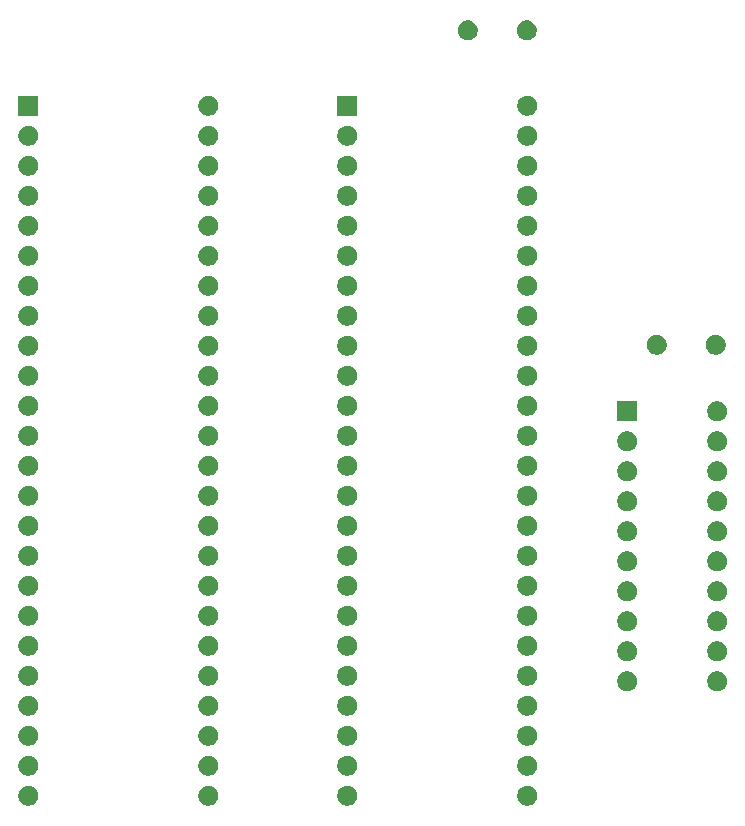
<source format=gbr>
G04 #@! TF.GenerationSoftware,KiCad,Pcbnew,(5.1.5-0-10_14)*
G04 #@! TF.CreationDate,2020-08-21T16:03:34+01:00*
G04 #@! TF.ProjectId,BusterTower,42757374-6572-4546-9f77-65722e6b6963,rev?*
G04 #@! TF.SameCoordinates,Original*
G04 #@! TF.FileFunction,Soldermask,Bot*
G04 #@! TF.FilePolarity,Negative*
%FSLAX46Y46*%
G04 Gerber Fmt 4.6, Leading zero omitted, Abs format (unit mm)*
G04 Created by KiCad (PCBNEW (5.1.5-0-10_14)) date 2020-08-21 16:03:34*
%MOMM*%
%LPD*%
G04 APERTURE LIST*
%ADD10C,0.100000*%
G04 APERTURE END LIST*
D10*
G36*
X95488228Y-95601703D02*
G01*
X95643100Y-95665853D01*
X95782481Y-95758985D01*
X95901015Y-95877519D01*
X95994147Y-96016900D01*
X96058297Y-96171772D01*
X96091000Y-96336184D01*
X96091000Y-96503816D01*
X96058297Y-96668228D01*
X95994147Y-96823100D01*
X95901015Y-96962481D01*
X95782481Y-97081015D01*
X95643100Y-97174147D01*
X95488228Y-97238297D01*
X95323816Y-97271000D01*
X95156184Y-97271000D01*
X94991772Y-97238297D01*
X94836900Y-97174147D01*
X94697519Y-97081015D01*
X94578985Y-96962481D01*
X94485853Y-96823100D01*
X94421703Y-96668228D01*
X94389000Y-96503816D01*
X94389000Y-96336184D01*
X94421703Y-96171772D01*
X94485853Y-96016900D01*
X94578985Y-95877519D01*
X94697519Y-95758985D01*
X94836900Y-95665853D01*
X94991772Y-95601703D01*
X95156184Y-95569000D01*
X95323816Y-95569000D01*
X95488228Y-95601703D01*
G37*
G36*
X80248228Y-95601703D02*
G01*
X80403100Y-95665853D01*
X80542481Y-95758985D01*
X80661015Y-95877519D01*
X80754147Y-96016900D01*
X80818297Y-96171772D01*
X80851000Y-96336184D01*
X80851000Y-96503816D01*
X80818297Y-96668228D01*
X80754147Y-96823100D01*
X80661015Y-96962481D01*
X80542481Y-97081015D01*
X80403100Y-97174147D01*
X80248228Y-97238297D01*
X80083816Y-97271000D01*
X79916184Y-97271000D01*
X79751772Y-97238297D01*
X79596900Y-97174147D01*
X79457519Y-97081015D01*
X79338985Y-96962481D01*
X79245853Y-96823100D01*
X79181703Y-96668228D01*
X79149000Y-96503816D01*
X79149000Y-96336184D01*
X79181703Y-96171772D01*
X79245853Y-96016900D01*
X79338985Y-95877519D01*
X79457519Y-95758985D01*
X79596900Y-95665853D01*
X79751772Y-95601703D01*
X79916184Y-95569000D01*
X80083816Y-95569000D01*
X80248228Y-95601703D01*
G37*
G36*
X68488228Y-95601703D02*
G01*
X68643100Y-95665853D01*
X68782481Y-95758985D01*
X68901015Y-95877519D01*
X68994147Y-96016900D01*
X69058297Y-96171772D01*
X69091000Y-96336184D01*
X69091000Y-96503816D01*
X69058297Y-96668228D01*
X68994147Y-96823100D01*
X68901015Y-96962481D01*
X68782481Y-97081015D01*
X68643100Y-97174147D01*
X68488228Y-97238297D01*
X68323816Y-97271000D01*
X68156184Y-97271000D01*
X67991772Y-97238297D01*
X67836900Y-97174147D01*
X67697519Y-97081015D01*
X67578985Y-96962481D01*
X67485853Y-96823100D01*
X67421703Y-96668228D01*
X67389000Y-96503816D01*
X67389000Y-96336184D01*
X67421703Y-96171772D01*
X67485853Y-96016900D01*
X67578985Y-95877519D01*
X67697519Y-95758985D01*
X67836900Y-95665853D01*
X67991772Y-95601703D01*
X68156184Y-95569000D01*
X68323816Y-95569000D01*
X68488228Y-95601703D01*
G37*
G36*
X53248228Y-95601703D02*
G01*
X53403100Y-95665853D01*
X53542481Y-95758985D01*
X53661015Y-95877519D01*
X53754147Y-96016900D01*
X53818297Y-96171772D01*
X53851000Y-96336184D01*
X53851000Y-96503816D01*
X53818297Y-96668228D01*
X53754147Y-96823100D01*
X53661015Y-96962481D01*
X53542481Y-97081015D01*
X53403100Y-97174147D01*
X53248228Y-97238297D01*
X53083816Y-97271000D01*
X52916184Y-97271000D01*
X52751772Y-97238297D01*
X52596900Y-97174147D01*
X52457519Y-97081015D01*
X52338985Y-96962481D01*
X52245853Y-96823100D01*
X52181703Y-96668228D01*
X52149000Y-96503816D01*
X52149000Y-96336184D01*
X52181703Y-96171772D01*
X52245853Y-96016900D01*
X52338985Y-95877519D01*
X52457519Y-95758985D01*
X52596900Y-95665853D01*
X52751772Y-95601703D01*
X52916184Y-95569000D01*
X53083816Y-95569000D01*
X53248228Y-95601703D01*
G37*
G36*
X53248228Y-93061703D02*
G01*
X53403100Y-93125853D01*
X53542481Y-93218985D01*
X53661015Y-93337519D01*
X53754147Y-93476900D01*
X53818297Y-93631772D01*
X53851000Y-93796184D01*
X53851000Y-93963816D01*
X53818297Y-94128228D01*
X53754147Y-94283100D01*
X53661015Y-94422481D01*
X53542481Y-94541015D01*
X53403100Y-94634147D01*
X53248228Y-94698297D01*
X53083816Y-94731000D01*
X52916184Y-94731000D01*
X52751772Y-94698297D01*
X52596900Y-94634147D01*
X52457519Y-94541015D01*
X52338985Y-94422481D01*
X52245853Y-94283100D01*
X52181703Y-94128228D01*
X52149000Y-93963816D01*
X52149000Y-93796184D01*
X52181703Y-93631772D01*
X52245853Y-93476900D01*
X52338985Y-93337519D01*
X52457519Y-93218985D01*
X52596900Y-93125853D01*
X52751772Y-93061703D01*
X52916184Y-93029000D01*
X53083816Y-93029000D01*
X53248228Y-93061703D01*
G37*
G36*
X80248228Y-93061703D02*
G01*
X80403100Y-93125853D01*
X80542481Y-93218985D01*
X80661015Y-93337519D01*
X80754147Y-93476900D01*
X80818297Y-93631772D01*
X80851000Y-93796184D01*
X80851000Y-93963816D01*
X80818297Y-94128228D01*
X80754147Y-94283100D01*
X80661015Y-94422481D01*
X80542481Y-94541015D01*
X80403100Y-94634147D01*
X80248228Y-94698297D01*
X80083816Y-94731000D01*
X79916184Y-94731000D01*
X79751772Y-94698297D01*
X79596900Y-94634147D01*
X79457519Y-94541015D01*
X79338985Y-94422481D01*
X79245853Y-94283100D01*
X79181703Y-94128228D01*
X79149000Y-93963816D01*
X79149000Y-93796184D01*
X79181703Y-93631772D01*
X79245853Y-93476900D01*
X79338985Y-93337519D01*
X79457519Y-93218985D01*
X79596900Y-93125853D01*
X79751772Y-93061703D01*
X79916184Y-93029000D01*
X80083816Y-93029000D01*
X80248228Y-93061703D01*
G37*
G36*
X95488228Y-93061703D02*
G01*
X95643100Y-93125853D01*
X95782481Y-93218985D01*
X95901015Y-93337519D01*
X95994147Y-93476900D01*
X96058297Y-93631772D01*
X96091000Y-93796184D01*
X96091000Y-93963816D01*
X96058297Y-94128228D01*
X95994147Y-94283100D01*
X95901015Y-94422481D01*
X95782481Y-94541015D01*
X95643100Y-94634147D01*
X95488228Y-94698297D01*
X95323816Y-94731000D01*
X95156184Y-94731000D01*
X94991772Y-94698297D01*
X94836900Y-94634147D01*
X94697519Y-94541015D01*
X94578985Y-94422481D01*
X94485853Y-94283100D01*
X94421703Y-94128228D01*
X94389000Y-93963816D01*
X94389000Y-93796184D01*
X94421703Y-93631772D01*
X94485853Y-93476900D01*
X94578985Y-93337519D01*
X94697519Y-93218985D01*
X94836900Y-93125853D01*
X94991772Y-93061703D01*
X95156184Y-93029000D01*
X95323816Y-93029000D01*
X95488228Y-93061703D01*
G37*
G36*
X68488228Y-93061703D02*
G01*
X68643100Y-93125853D01*
X68782481Y-93218985D01*
X68901015Y-93337519D01*
X68994147Y-93476900D01*
X69058297Y-93631772D01*
X69091000Y-93796184D01*
X69091000Y-93963816D01*
X69058297Y-94128228D01*
X68994147Y-94283100D01*
X68901015Y-94422481D01*
X68782481Y-94541015D01*
X68643100Y-94634147D01*
X68488228Y-94698297D01*
X68323816Y-94731000D01*
X68156184Y-94731000D01*
X67991772Y-94698297D01*
X67836900Y-94634147D01*
X67697519Y-94541015D01*
X67578985Y-94422481D01*
X67485853Y-94283100D01*
X67421703Y-94128228D01*
X67389000Y-93963816D01*
X67389000Y-93796184D01*
X67421703Y-93631772D01*
X67485853Y-93476900D01*
X67578985Y-93337519D01*
X67697519Y-93218985D01*
X67836900Y-93125853D01*
X67991772Y-93061703D01*
X68156184Y-93029000D01*
X68323816Y-93029000D01*
X68488228Y-93061703D01*
G37*
G36*
X95488228Y-90521703D02*
G01*
X95643100Y-90585853D01*
X95782481Y-90678985D01*
X95901015Y-90797519D01*
X95994147Y-90936900D01*
X96058297Y-91091772D01*
X96091000Y-91256184D01*
X96091000Y-91423816D01*
X96058297Y-91588228D01*
X95994147Y-91743100D01*
X95901015Y-91882481D01*
X95782481Y-92001015D01*
X95643100Y-92094147D01*
X95488228Y-92158297D01*
X95323816Y-92191000D01*
X95156184Y-92191000D01*
X94991772Y-92158297D01*
X94836900Y-92094147D01*
X94697519Y-92001015D01*
X94578985Y-91882481D01*
X94485853Y-91743100D01*
X94421703Y-91588228D01*
X94389000Y-91423816D01*
X94389000Y-91256184D01*
X94421703Y-91091772D01*
X94485853Y-90936900D01*
X94578985Y-90797519D01*
X94697519Y-90678985D01*
X94836900Y-90585853D01*
X94991772Y-90521703D01*
X95156184Y-90489000D01*
X95323816Y-90489000D01*
X95488228Y-90521703D01*
G37*
G36*
X80248228Y-90521703D02*
G01*
X80403100Y-90585853D01*
X80542481Y-90678985D01*
X80661015Y-90797519D01*
X80754147Y-90936900D01*
X80818297Y-91091772D01*
X80851000Y-91256184D01*
X80851000Y-91423816D01*
X80818297Y-91588228D01*
X80754147Y-91743100D01*
X80661015Y-91882481D01*
X80542481Y-92001015D01*
X80403100Y-92094147D01*
X80248228Y-92158297D01*
X80083816Y-92191000D01*
X79916184Y-92191000D01*
X79751772Y-92158297D01*
X79596900Y-92094147D01*
X79457519Y-92001015D01*
X79338985Y-91882481D01*
X79245853Y-91743100D01*
X79181703Y-91588228D01*
X79149000Y-91423816D01*
X79149000Y-91256184D01*
X79181703Y-91091772D01*
X79245853Y-90936900D01*
X79338985Y-90797519D01*
X79457519Y-90678985D01*
X79596900Y-90585853D01*
X79751772Y-90521703D01*
X79916184Y-90489000D01*
X80083816Y-90489000D01*
X80248228Y-90521703D01*
G37*
G36*
X68488228Y-90521703D02*
G01*
X68643100Y-90585853D01*
X68782481Y-90678985D01*
X68901015Y-90797519D01*
X68994147Y-90936900D01*
X69058297Y-91091772D01*
X69091000Y-91256184D01*
X69091000Y-91423816D01*
X69058297Y-91588228D01*
X68994147Y-91743100D01*
X68901015Y-91882481D01*
X68782481Y-92001015D01*
X68643100Y-92094147D01*
X68488228Y-92158297D01*
X68323816Y-92191000D01*
X68156184Y-92191000D01*
X67991772Y-92158297D01*
X67836900Y-92094147D01*
X67697519Y-92001015D01*
X67578985Y-91882481D01*
X67485853Y-91743100D01*
X67421703Y-91588228D01*
X67389000Y-91423816D01*
X67389000Y-91256184D01*
X67421703Y-91091772D01*
X67485853Y-90936900D01*
X67578985Y-90797519D01*
X67697519Y-90678985D01*
X67836900Y-90585853D01*
X67991772Y-90521703D01*
X68156184Y-90489000D01*
X68323816Y-90489000D01*
X68488228Y-90521703D01*
G37*
G36*
X53248228Y-90521703D02*
G01*
X53403100Y-90585853D01*
X53542481Y-90678985D01*
X53661015Y-90797519D01*
X53754147Y-90936900D01*
X53818297Y-91091772D01*
X53851000Y-91256184D01*
X53851000Y-91423816D01*
X53818297Y-91588228D01*
X53754147Y-91743100D01*
X53661015Y-91882481D01*
X53542481Y-92001015D01*
X53403100Y-92094147D01*
X53248228Y-92158297D01*
X53083816Y-92191000D01*
X52916184Y-92191000D01*
X52751772Y-92158297D01*
X52596900Y-92094147D01*
X52457519Y-92001015D01*
X52338985Y-91882481D01*
X52245853Y-91743100D01*
X52181703Y-91588228D01*
X52149000Y-91423816D01*
X52149000Y-91256184D01*
X52181703Y-91091772D01*
X52245853Y-90936900D01*
X52338985Y-90797519D01*
X52457519Y-90678985D01*
X52596900Y-90585853D01*
X52751772Y-90521703D01*
X52916184Y-90489000D01*
X53083816Y-90489000D01*
X53248228Y-90521703D01*
G37*
G36*
X95488228Y-87981703D02*
G01*
X95643100Y-88045853D01*
X95782481Y-88138985D01*
X95901015Y-88257519D01*
X95994147Y-88396900D01*
X96058297Y-88551772D01*
X96091000Y-88716184D01*
X96091000Y-88883816D01*
X96058297Y-89048228D01*
X95994147Y-89203100D01*
X95901015Y-89342481D01*
X95782481Y-89461015D01*
X95643100Y-89554147D01*
X95488228Y-89618297D01*
X95323816Y-89651000D01*
X95156184Y-89651000D01*
X94991772Y-89618297D01*
X94836900Y-89554147D01*
X94697519Y-89461015D01*
X94578985Y-89342481D01*
X94485853Y-89203100D01*
X94421703Y-89048228D01*
X94389000Y-88883816D01*
X94389000Y-88716184D01*
X94421703Y-88551772D01*
X94485853Y-88396900D01*
X94578985Y-88257519D01*
X94697519Y-88138985D01*
X94836900Y-88045853D01*
X94991772Y-87981703D01*
X95156184Y-87949000D01*
X95323816Y-87949000D01*
X95488228Y-87981703D01*
G37*
G36*
X80248228Y-87981703D02*
G01*
X80403100Y-88045853D01*
X80542481Y-88138985D01*
X80661015Y-88257519D01*
X80754147Y-88396900D01*
X80818297Y-88551772D01*
X80851000Y-88716184D01*
X80851000Y-88883816D01*
X80818297Y-89048228D01*
X80754147Y-89203100D01*
X80661015Y-89342481D01*
X80542481Y-89461015D01*
X80403100Y-89554147D01*
X80248228Y-89618297D01*
X80083816Y-89651000D01*
X79916184Y-89651000D01*
X79751772Y-89618297D01*
X79596900Y-89554147D01*
X79457519Y-89461015D01*
X79338985Y-89342481D01*
X79245853Y-89203100D01*
X79181703Y-89048228D01*
X79149000Y-88883816D01*
X79149000Y-88716184D01*
X79181703Y-88551772D01*
X79245853Y-88396900D01*
X79338985Y-88257519D01*
X79457519Y-88138985D01*
X79596900Y-88045853D01*
X79751772Y-87981703D01*
X79916184Y-87949000D01*
X80083816Y-87949000D01*
X80248228Y-87981703D01*
G37*
G36*
X68488228Y-87981703D02*
G01*
X68643100Y-88045853D01*
X68782481Y-88138985D01*
X68901015Y-88257519D01*
X68994147Y-88396900D01*
X69058297Y-88551772D01*
X69091000Y-88716184D01*
X69091000Y-88883816D01*
X69058297Y-89048228D01*
X68994147Y-89203100D01*
X68901015Y-89342481D01*
X68782481Y-89461015D01*
X68643100Y-89554147D01*
X68488228Y-89618297D01*
X68323816Y-89651000D01*
X68156184Y-89651000D01*
X67991772Y-89618297D01*
X67836900Y-89554147D01*
X67697519Y-89461015D01*
X67578985Y-89342481D01*
X67485853Y-89203100D01*
X67421703Y-89048228D01*
X67389000Y-88883816D01*
X67389000Y-88716184D01*
X67421703Y-88551772D01*
X67485853Y-88396900D01*
X67578985Y-88257519D01*
X67697519Y-88138985D01*
X67836900Y-88045853D01*
X67991772Y-87981703D01*
X68156184Y-87949000D01*
X68323816Y-87949000D01*
X68488228Y-87981703D01*
G37*
G36*
X53248228Y-87981703D02*
G01*
X53403100Y-88045853D01*
X53542481Y-88138985D01*
X53661015Y-88257519D01*
X53754147Y-88396900D01*
X53818297Y-88551772D01*
X53851000Y-88716184D01*
X53851000Y-88883816D01*
X53818297Y-89048228D01*
X53754147Y-89203100D01*
X53661015Y-89342481D01*
X53542481Y-89461015D01*
X53403100Y-89554147D01*
X53248228Y-89618297D01*
X53083816Y-89651000D01*
X52916184Y-89651000D01*
X52751772Y-89618297D01*
X52596900Y-89554147D01*
X52457519Y-89461015D01*
X52338985Y-89342481D01*
X52245853Y-89203100D01*
X52181703Y-89048228D01*
X52149000Y-88883816D01*
X52149000Y-88716184D01*
X52181703Y-88551772D01*
X52245853Y-88396900D01*
X52338985Y-88257519D01*
X52457519Y-88138985D01*
X52596900Y-88045853D01*
X52751772Y-87981703D01*
X52916184Y-87949000D01*
X53083816Y-87949000D01*
X53248228Y-87981703D01*
G37*
G36*
X111563728Y-85922703D02*
G01*
X111718600Y-85986853D01*
X111857981Y-86079985D01*
X111976515Y-86198519D01*
X112069647Y-86337900D01*
X112133797Y-86492772D01*
X112166500Y-86657184D01*
X112166500Y-86824816D01*
X112133797Y-86989228D01*
X112069647Y-87144100D01*
X111976515Y-87283481D01*
X111857981Y-87402015D01*
X111718600Y-87495147D01*
X111563728Y-87559297D01*
X111399316Y-87592000D01*
X111231684Y-87592000D01*
X111067272Y-87559297D01*
X110912400Y-87495147D01*
X110773019Y-87402015D01*
X110654485Y-87283481D01*
X110561353Y-87144100D01*
X110497203Y-86989228D01*
X110464500Y-86824816D01*
X110464500Y-86657184D01*
X110497203Y-86492772D01*
X110561353Y-86337900D01*
X110654485Y-86198519D01*
X110773019Y-86079985D01*
X110912400Y-85986853D01*
X111067272Y-85922703D01*
X111231684Y-85890000D01*
X111399316Y-85890000D01*
X111563728Y-85922703D01*
G37*
G36*
X103943728Y-85922703D02*
G01*
X104098600Y-85986853D01*
X104237981Y-86079985D01*
X104356515Y-86198519D01*
X104449647Y-86337900D01*
X104513797Y-86492772D01*
X104546500Y-86657184D01*
X104546500Y-86824816D01*
X104513797Y-86989228D01*
X104449647Y-87144100D01*
X104356515Y-87283481D01*
X104237981Y-87402015D01*
X104098600Y-87495147D01*
X103943728Y-87559297D01*
X103779316Y-87592000D01*
X103611684Y-87592000D01*
X103447272Y-87559297D01*
X103292400Y-87495147D01*
X103153019Y-87402015D01*
X103034485Y-87283481D01*
X102941353Y-87144100D01*
X102877203Y-86989228D01*
X102844500Y-86824816D01*
X102844500Y-86657184D01*
X102877203Y-86492772D01*
X102941353Y-86337900D01*
X103034485Y-86198519D01*
X103153019Y-86079985D01*
X103292400Y-85986853D01*
X103447272Y-85922703D01*
X103611684Y-85890000D01*
X103779316Y-85890000D01*
X103943728Y-85922703D01*
G37*
G36*
X95488228Y-85441703D02*
G01*
X95643100Y-85505853D01*
X95782481Y-85598985D01*
X95901015Y-85717519D01*
X95994147Y-85856900D01*
X96058297Y-86011772D01*
X96091000Y-86176184D01*
X96091000Y-86343816D01*
X96058297Y-86508228D01*
X95994147Y-86663100D01*
X95901015Y-86802481D01*
X95782481Y-86921015D01*
X95643100Y-87014147D01*
X95488228Y-87078297D01*
X95323816Y-87111000D01*
X95156184Y-87111000D01*
X94991772Y-87078297D01*
X94836900Y-87014147D01*
X94697519Y-86921015D01*
X94578985Y-86802481D01*
X94485853Y-86663100D01*
X94421703Y-86508228D01*
X94389000Y-86343816D01*
X94389000Y-86176184D01*
X94421703Y-86011772D01*
X94485853Y-85856900D01*
X94578985Y-85717519D01*
X94697519Y-85598985D01*
X94836900Y-85505853D01*
X94991772Y-85441703D01*
X95156184Y-85409000D01*
X95323816Y-85409000D01*
X95488228Y-85441703D01*
G37*
G36*
X68488228Y-85441703D02*
G01*
X68643100Y-85505853D01*
X68782481Y-85598985D01*
X68901015Y-85717519D01*
X68994147Y-85856900D01*
X69058297Y-86011772D01*
X69091000Y-86176184D01*
X69091000Y-86343816D01*
X69058297Y-86508228D01*
X68994147Y-86663100D01*
X68901015Y-86802481D01*
X68782481Y-86921015D01*
X68643100Y-87014147D01*
X68488228Y-87078297D01*
X68323816Y-87111000D01*
X68156184Y-87111000D01*
X67991772Y-87078297D01*
X67836900Y-87014147D01*
X67697519Y-86921015D01*
X67578985Y-86802481D01*
X67485853Y-86663100D01*
X67421703Y-86508228D01*
X67389000Y-86343816D01*
X67389000Y-86176184D01*
X67421703Y-86011772D01*
X67485853Y-85856900D01*
X67578985Y-85717519D01*
X67697519Y-85598985D01*
X67836900Y-85505853D01*
X67991772Y-85441703D01*
X68156184Y-85409000D01*
X68323816Y-85409000D01*
X68488228Y-85441703D01*
G37*
G36*
X53248228Y-85441703D02*
G01*
X53403100Y-85505853D01*
X53542481Y-85598985D01*
X53661015Y-85717519D01*
X53754147Y-85856900D01*
X53818297Y-86011772D01*
X53851000Y-86176184D01*
X53851000Y-86343816D01*
X53818297Y-86508228D01*
X53754147Y-86663100D01*
X53661015Y-86802481D01*
X53542481Y-86921015D01*
X53403100Y-87014147D01*
X53248228Y-87078297D01*
X53083816Y-87111000D01*
X52916184Y-87111000D01*
X52751772Y-87078297D01*
X52596900Y-87014147D01*
X52457519Y-86921015D01*
X52338985Y-86802481D01*
X52245853Y-86663100D01*
X52181703Y-86508228D01*
X52149000Y-86343816D01*
X52149000Y-86176184D01*
X52181703Y-86011772D01*
X52245853Y-85856900D01*
X52338985Y-85717519D01*
X52457519Y-85598985D01*
X52596900Y-85505853D01*
X52751772Y-85441703D01*
X52916184Y-85409000D01*
X53083816Y-85409000D01*
X53248228Y-85441703D01*
G37*
G36*
X80248228Y-85441703D02*
G01*
X80403100Y-85505853D01*
X80542481Y-85598985D01*
X80661015Y-85717519D01*
X80754147Y-85856900D01*
X80818297Y-86011772D01*
X80851000Y-86176184D01*
X80851000Y-86343816D01*
X80818297Y-86508228D01*
X80754147Y-86663100D01*
X80661015Y-86802481D01*
X80542481Y-86921015D01*
X80403100Y-87014147D01*
X80248228Y-87078297D01*
X80083816Y-87111000D01*
X79916184Y-87111000D01*
X79751772Y-87078297D01*
X79596900Y-87014147D01*
X79457519Y-86921015D01*
X79338985Y-86802481D01*
X79245853Y-86663100D01*
X79181703Y-86508228D01*
X79149000Y-86343816D01*
X79149000Y-86176184D01*
X79181703Y-86011772D01*
X79245853Y-85856900D01*
X79338985Y-85717519D01*
X79457519Y-85598985D01*
X79596900Y-85505853D01*
X79751772Y-85441703D01*
X79916184Y-85409000D01*
X80083816Y-85409000D01*
X80248228Y-85441703D01*
G37*
G36*
X111563728Y-83382703D02*
G01*
X111718600Y-83446853D01*
X111857981Y-83539985D01*
X111976515Y-83658519D01*
X112069647Y-83797900D01*
X112133797Y-83952772D01*
X112166500Y-84117184D01*
X112166500Y-84284816D01*
X112133797Y-84449228D01*
X112069647Y-84604100D01*
X111976515Y-84743481D01*
X111857981Y-84862015D01*
X111718600Y-84955147D01*
X111563728Y-85019297D01*
X111399316Y-85052000D01*
X111231684Y-85052000D01*
X111067272Y-85019297D01*
X110912400Y-84955147D01*
X110773019Y-84862015D01*
X110654485Y-84743481D01*
X110561353Y-84604100D01*
X110497203Y-84449228D01*
X110464500Y-84284816D01*
X110464500Y-84117184D01*
X110497203Y-83952772D01*
X110561353Y-83797900D01*
X110654485Y-83658519D01*
X110773019Y-83539985D01*
X110912400Y-83446853D01*
X111067272Y-83382703D01*
X111231684Y-83350000D01*
X111399316Y-83350000D01*
X111563728Y-83382703D01*
G37*
G36*
X103943728Y-83382703D02*
G01*
X104098600Y-83446853D01*
X104237981Y-83539985D01*
X104356515Y-83658519D01*
X104449647Y-83797900D01*
X104513797Y-83952772D01*
X104546500Y-84117184D01*
X104546500Y-84284816D01*
X104513797Y-84449228D01*
X104449647Y-84604100D01*
X104356515Y-84743481D01*
X104237981Y-84862015D01*
X104098600Y-84955147D01*
X103943728Y-85019297D01*
X103779316Y-85052000D01*
X103611684Y-85052000D01*
X103447272Y-85019297D01*
X103292400Y-84955147D01*
X103153019Y-84862015D01*
X103034485Y-84743481D01*
X102941353Y-84604100D01*
X102877203Y-84449228D01*
X102844500Y-84284816D01*
X102844500Y-84117184D01*
X102877203Y-83952772D01*
X102941353Y-83797900D01*
X103034485Y-83658519D01*
X103153019Y-83539985D01*
X103292400Y-83446853D01*
X103447272Y-83382703D01*
X103611684Y-83350000D01*
X103779316Y-83350000D01*
X103943728Y-83382703D01*
G37*
G36*
X95488228Y-82901703D02*
G01*
X95643100Y-82965853D01*
X95782481Y-83058985D01*
X95901015Y-83177519D01*
X95994147Y-83316900D01*
X96058297Y-83471772D01*
X96091000Y-83636184D01*
X96091000Y-83803816D01*
X96058297Y-83968228D01*
X95994147Y-84123100D01*
X95901015Y-84262481D01*
X95782481Y-84381015D01*
X95643100Y-84474147D01*
X95488228Y-84538297D01*
X95323816Y-84571000D01*
X95156184Y-84571000D01*
X94991772Y-84538297D01*
X94836900Y-84474147D01*
X94697519Y-84381015D01*
X94578985Y-84262481D01*
X94485853Y-84123100D01*
X94421703Y-83968228D01*
X94389000Y-83803816D01*
X94389000Y-83636184D01*
X94421703Y-83471772D01*
X94485853Y-83316900D01*
X94578985Y-83177519D01*
X94697519Y-83058985D01*
X94836900Y-82965853D01*
X94991772Y-82901703D01*
X95156184Y-82869000D01*
X95323816Y-82869000D01*
X95488228Y-82901703D01*
G37*
G36*
X80248228Y-82901703D02*
G01*
X80403100Y-82965853D01*
X80542481Y-83058985D01*
X80661015Y-83177519D01*
X80754147Y-83316900D01*
X80818297Y-83471772D01*
X80851000Y-83636184D01*
X80851000Y-83803816D01*
X80818297Y-83968228D01*
X80754147Y-84123100D01*
X80661015Y-84262481D01*
X80542481Y-84381015D01*
X80403100Y-84474147D01*
X80248228Y-84538297D01*
X80083816Y-84571000D01*
X79916184Y-84571000D01*
X79751772Y-84538297D01*
X79596900Y-84474147D01*
X79457519Y-84381015D01*
X79338985Y-84262481D01*
X79245853Y-84123100D01*
X79181703Y-83968228D01*
X79149000Y-83803816D01*
X79149000Y-83636184D01*
X79181703Y-83471772D01*
X79245853Y-83316900D01*
X79338985Y-83177519D01*
X79457519Y-83058985D01*
X79596900Y-82965853D01*
X79751772Y-82901703D01*
X79916184Y-82869000D01*
X80083816Y-82869000D01*
X80248228Y-82901703D01*
G37*
G36*
X68488228Y-82901703D02*
G01*
X68643100Y-82965853D01*
X68782481Y-83058985D01*
X68901015Y-83177519D01*
X68994147Y-83316900D01*
X69058297Y-83471772D01*
X69091000Y-83636184D01*
X69091000Y-83803816D01*
X69058297Y-83968228D01*
X68994147Y-84123100D01*
X68901015Y-84262481D01*
X68782481Y-84381015D01*
X68643100Y-84474147D01*
X68488228Y-84538297D01*
X68323816Y-84571000D01*
X68156184Y-84571000D01*
X67991772Y-84538297D01*
X67836900Y-84474147D01*
X67697519Y-84381015D01*
X67578985Y-84262481D01*
X67485853Y-84123100D01*
X67421703Y-83968228D01*
X67389000Y-83803816D01*
X67389000Y-83636184D01*
X67421703Y-83471772D01*
X67485853Y-83316900D01*
X67578985Y-83177519D01*
X67697519Y-83058985D01*
X67836900Y-82965853D01*
X67991772Y-82901703D01*
X68156184Y-82869000D01*
X68323816Y-82869000D01*
X68488228Y-82901703D01*
G37*
G36*
X53248228Y-82901703D02*
G01*
X53403100Y-82965853D01*
X53542481Y-83058985D01*
X53661015Y-83177519D01*
X53754147Y-83316900D01*
X53818297Y-83471772D01*
X53851000Y-83636184D01*
X53851000Y-83803816D01*
X53818297Y-83968228D01*
X53754147Y-84123100D01*
X53661015Y-84262481D01*
X53542481Y-84381015D01*
X53403100Y-84474147D01*
X53248228Y-84538297D01*
X53083816Y-84571000D01*
X52916184Y-84571000D01*
X52751772Y-84538297D01*
X52596900Y-84474147D01*
X52457519Y-84381015D01*
X52338985Y-84262481D01*
X52245853Y-84123100D01*
X52181703Y-83968228D01*
X52149000Y-83803816D01*
X52149000Y-83636184D01*
X52181703Y-83471772D01*
X52245853Y-83316900D01*
X52338985Y-83177519D01*
X52457519Y-83058985D01*
X52596900Y-82965853D01*
X52751772Y-82901703D01*
X52916184Y-82869000D01*
X53083816Y-82869000D01*
X53248228Y-82901703D01*
G37*
G36*
X111563728Y-80842703D02*
G01*
X111718600Y-80906853D01*
X111857981Y-80999985D01*
X111976515Y-81118519D01*
X112069647Y-81257900D01*
X112133797Y-81412772D01*
X112166500Y-81577184D01*
X112166500Y-81744816D01*
X112133797Y-81909228D01*
X112069647Y-82064100D01*
X111976515Y-82203481D01*
X111857981Y-82322015D01*
X111718600Y-82415147D01*
X111563728Y-82479297D01*
X111399316Y-82512000D01*
X111231684Y-82512000D01*
X111067272Y-82479297D01*
X110912400Y-82415147D01*
X110773019Y-82322015D01*
X110654485Y-82203481D01*
X110561353Y-82064100D01*
X110497203Y-81909228D01*
X110464500Y-81744816D01*
X110464500Y-81577184D01*
X110497203Y-81412772D01*
X110561353Y-81257900D01*
X110654485Y-81118519D01*
X110773019Y-80999985D01*
X110912400Y-80906853D01*
X111067272Y-80842703D01*
X111231684Y-80810000D01*
X111399316Y-80810000D01*
X111563728Y-80842703D01*
G37*
G36*
X103943728Y-80842703D02*
G01*
X104098600Y-80906853D01*
X104237981Y-80999985D01*
X104356515Y-81118519D01*
X104449647Y-81257900D01*
X104513797Y-81412772D01*
X104546500Y-81577184D01*
X104546500Y-81744816D01*
X104513797Y-81909228D01*
X104449647Y-82064100D01*
X104356515Y-82203481D01*
X104237981Y-82322015D01*
X104098600Y-82415147D01*
X103943728Y-82479297D01*
X103779316Y-82512000D01*
X103611684Y-82512000D01*
X103447272Y-82479297D01*
X103292400Y-82415147D01*
X103153019Y-82322015D01*
X103034485Y-82203481D01*
X102941353Y-82064100D01*
X102877203Y-81909228D01*
X102844500Y-81744816D01*
X102844500Y-81577184D01*
X102877203Y-81412772D01*
X102941353Y-81257900D01*
X103034485Y-81118519D01*
X103153019Y-80999985D01*
X103292400Y-80906853D01*
X103447272Y-80842703D01*
X103611684Y-80810000D01*
X103779316Y-80810000D01*
X103943728Y-80842703D01*
G37*
G36*
X53248228Y-80361703D02*
G01*
X53403100Y-80425853D01*
X53542481Y-80518985D01*
X53661015Y-80637519D01*
X53754147Y-80776900D01*
X53818297Y-80931772D01*
X53851000Y-81096184D01*
X53851000Y-81263816D01*
X53818297Y-81428228D01*
X53754147Y-81583100D01*
X53661015Y-81722481D01*
X53542481Y-81841015D01*
X53403100Y-81934147D01*
X53248228Y-81998297D01*
X53083816Y-82031000D01*
X52916184Y-82031000D01*
X52751772Y-81998297D01*
X52596900Y-81934147D01*
X52457519Y-81841015D01*
X52338985Y-81722481D01*
X52245853Y-81583100D01*
X52181703Y-81428228D01*
X52149000Y-81263816D01*
X52149000Y-81096184D01*
X52181703Y-80931772D01*
X52245853Y-80776900D01*
X52338985Y-80637519D01*
X52457519Y-80518985D01*
X52596900Y-80425853D01*
X52751772Y-80361703D01*
X52916184Y-80329000D01*
X53083816Y-80329000D01*
X53248228Y-80361703D01*
G37*
G36*
X80248228Y-80361703D02*
G01*
X80403100Y-80425853D01*
X80542481Y-80518985D01*
X80661015Y-80637519D01*
X80754147Y-80776900D01*
X80818297Y-80931772D01*
X80851000Y-81096184D01*
X80851000Y-81263816D01*
X80818297Y-81428228D01*
X80754147Y-81583100D01*
X80661015Y-81722481D01*
X80542481Y-81841015D01*
X80403100Y-81934147D01*
X80248228Y-81998297D01*
X80083816Y-82031000D01*
X79916184Y-82031000D01*
X79751772Y-81998297D01*
X79596900Y-81934147D01*
X79457519Y-81841015D01*
X79338985Y-81722481D01*
X79245853Y-81583100D01*
X79181703Y-81428228D01*
X79149000Y-81263816D01*
X79149000Y-81096184D01*
X79181703Y-80931772D01*
X79245853Y-80776900D01*
X79338985Y-80637519D01*
X79457519Y-80518985D01*
X79596900Y-80425853D01*
X79751772Y-80361703D01*
X79916184Y-80329000D01*
X80083816Y-80329000D01*
X80248228Y-80361703D01*
G37*
G36*
X68488228Y-80361703D02*
G01*
X68643100Y-80425853D01*
X68782481Y-80518985D01*
X68901015Y-80637519D01*
X68994147Y-80776900D01*
X69058297Y-80931772D01*
X69091000Y-81096184D01*
X69091000Y-81263816D01*
X69058297Y-81428228D01*
X68994147Y-81583100D01*
X68901015Y-81722481D01*
X68782481Y-81841015D01*
X68643100Y-81934147D01*
X68488228Y-81998297D01*
X68323816Y-82031000D01*
X68156184Y-82031000D01*
X67991772Y-81998297D01*
X67836900Y-81934147D01*
X67697519Y-81841015D01*
X67578985Y-81722481D01*
X67485853Y-81583100D01*
X67421703Y-81428228D01*
X67389000Y-81263816D01*
X67389000Y-81096184D01*
X67421703Y-80931772D01*
X67485853Y-80776900D01*
X67578985Y-80637519D01*
X67697519Y-80518985D01*
X67836900Y-80425853D01*
X67991772Y-80361703D01*
X68156184Y-80329000D01*
X68323816Y-80329000D01*
X68488228Y-80361703D01*
G37*
G36*
X95488228Y-80361703D02*
G01*
X95643100Y-80425853D01*
X95782481Y-80518985D01*
X95901015Y-80637519D01*
X95994147Y-80776900D01*
X96058297Y-80931772D01*
X96091000Y-81096184D01*
X96091000Y-81263816D01*
X96058297Y-81428228D01*
X95994147Y-81583100D01*
X95901015Y-81722481D01*
X95782481Y-81841015D01*
X95643100Y-81934147D01*
X95488228Y-81998297D01*
X95323816Y-82031000D01*
X95156184Y-82031000D01*
X94991772Y-81998297D01*
X94836900Y-81934147D01*
X94697519Y-81841015D01*
X94578985Y-81722481D01*
X94485853Y-81583100D01*
X94421703Y-81428228D01*
X94389000Y-81263816D01*
X94389000Y-81096184D01*
X94421703Y-80931772D01*
X94485853Y-80776900D01*
X94578985Y-80637519D01*
X94697519Y-80518985D01*
X94836900Y-80425853D01*
X94991772Y-80361703D01*
X95156184Y-80329000D01*
X95323816Y-80329000D01*
X95488228Y-80361703D01*
G37*
G36*
X111563728Y-78302703D02*
G01*
X111718600Y-78366853D01*
X111857981Y-78459985D01*
X111976515Y-78578519D01*
X112069647Y-78717900D01*
X112133797Y-78872772D01*
X112166500Y-79037184D01*
X112166500Y-79204816D01*
X112133797Y-79369228D01*
X112069647Y-79524100D01*
X111976515Y-79663481D01*
X111857981Y-79782015D01*
X111718600Y-79875147D01*
X111563728Y-79939297D01*
X111399316Y-79972000D01*
X111231684Y-79972000D01*
X111067272Y-79939297D01*
X110912400Y-79875147D01*
X110773019Y-79782015D01*
X110654485Y-79663481D01*
X110561353Y-79524100D01*
X110497203Y-79369228D01*
X110464500Y-79204816D01*
X110464500Y-79037184D01*
X110497203Y-78872772D01*
X110561353Y-78717900D01*
X110654485Y-78578519D01*
X110773019Y-78459985D01*
X110912400Y-78366853D01*
X111067272Y-78302703D01*
X111231684Y-78270000D01*
X111399316Y-78270000D01*
X111563728Y-78302703D01*
G37*
G36*
X103943728Y-78302703D02*
G01*
X104098600Y-78366853D01*
X104237981Y-78459985D01*
X104356515Y-78578519D01*
X104449647Y-78717900D01*
X104513797Y-78872772D01*
X104546500Y-79037184D01*
X104546500Y-79204816D01*
X104513797Y-79369228D01*
X104449647Y-79524100D01*
X104356515Y-79663481D01*
X104237981Y-79782015D01*
X104098600Y-79875147D01*
X103943728Y-79939297D01*
X103779316Y-79972000D01*
X103611684Y-79972000D01*
X103447272Y-79939297D01*
X103292400Y-79875147D01*
X103153019Y-79782015D01*
X103034485Y-79663481D01*
X102941353Y-79524100D01*
X102877203Y-79369228D01*
X102844500Y-79204816D01*
X102844500Y-79037184D01*
X102877203Y-78872772D01*
X102941353Y-78717900D01*
X103034485Y-78578519D01*
X103153019Y-78459985D01*
X103292400Y-78366853D01*
X103447272Y-78302703D01*
X103611684Y-78270000D01*
X103779316Y-78270000D01*
X103943728Y-78302703D01*
G37*
G36*
X80248228Y-77821703D02*
G01*
X80403100Y-77885853D01*
X80542481Y-77978985D01*
X80661015Y-78097519D01*
X80754147Y-78236900D01*
X80818297Y-78391772D01*
X80851000Y-78556184D01*
X80851000Y-78723816D01*
X80818297Y-78888228D01*
X80754147Y-79043100D01*
X80661015Y-79182481D01*
X80542481Y-79301015D01*
X80403100Y-79394147D01*
X80248228Y-79458297D01*
X80083816Y-79491000D01*
X79916184Y-79491000D01*
X79751772Y-79458297D01*
X79596900Y-79394147D01*
X79457519Y-79301015D01*
X79338985Y-79182481D01*
X79245853Y-79043100D01*
X79181703Y-78888228D01*
X79149000Y-78723816D01*
X79149000Y-78556184D01*
X79181703Y-78391772D01*
X79245853Y-78236900D01*
X79338985Y-78097519D01*
X79457519Y-77978985D01*
X79596900Y-77885853D01*
X79751772Y-77821703D01*
X79916184Y-77789000D01*
X80083816Y-77789000D01*
X80248228Y-77821703D01*
G37*
G36*
X53248228Y-77821703D02*
G01*
X53403100Y-77885853D01*
X53542481Y-77978985D01*
X53661015Y-78097519D01*
X53754147Y-78236900D01*
X53818297Y-78391772D01*
X53851000Y-78556184D01*
X53851000Y-78723816D01*
X53818297Y-78888228D01*
X53754147Y-79043100D01*
X53661015Y-79182481D01*
X53542481Y-79301015D01*
X53403100Y-79394147D01*
X53248228Y-79458297D01*
X53083816Y-79491000D01*
X52916184Y-79491000D01*
X52751772Y-79458297D01*
X52596900Y-79394147D01*
X52457519Y-79301015D01*
X52338985Y-79182481D01*
X52245853Y-79043100D01*
X52181703Y-78888228D01*
X52149000Y-78723816D01*
X52149000Y-78556184D01*
X52181703Y-78391772D01*
X52245853Y-78236900D01*
X52338985Y-78097519D01*
X52457519Y-77978985D01*
X52596900Y-77885853D01*
X52751772Y-77821703D01*
X52916184Y-77789000D01*
X53083816Y-77789000D01*
X53248228Y-77821703D01*
G37*
G36*
X68488228Y-77821703D02*
G01*
X68643100Y-77885853D01*
X68782481Y-77978985D01*
X68901015Y-78097519D01*
X68994147Y-78236900D01*
X69058297Y-78391772D01*
X69091000Y-78556184D01*
X69091000Y-78723816D01*
X69058297Y-78888228D01*
X68994147Y-79043100D01*
X68901015Y-79182481D01*
X68782481Y-79301015D01*
X68643100Y-79394147D01*
X68488228Y-79458297D01*
X68323816Y-79491000D01*
X68156184Y-79491000D01*
X67991772Y-79458297D01*
X67836900Y-79394147D01*
X67697519Y-79301015D01*
X67578985Y-79182481D01*
X67485853Y-79043100D01*
X67421703Y-78888228D01*
X67389000Y-78723816D01*
X67389000Y-78556184D01*
X67421703Y-78391772D01*
X67485853Y-78236900D01*
X67578985Y-78097519D01*
X67697519Y-77978985D01*
X67836900Y-77885853D01*
X67991772Y-77821703D01*
X68156184Y-77789000D01*
X68323816Y-77789000D01*
X68488228Y-77821703D01*
G37*
G36*
X95488228Y-77821703D02*
G01*
X95643100Y-77885853D01*
X95782481Y-77978985D01*
X95901015Y-78097519D01*
X95994147Y-78236900D01*
X96058297Y-78391772D01*
X96091000Y-78556184D01*
X96091000Y-78723816D01*
X96058297Y-78888228D01*
X95994147Y-79043100D01*
X95901015Y-79182481D01*
X95782481Y-79301015D01*
X95643100Y-79394147D01*
X95488228Y-79458297D01*
X95323816Y-79491000D01*
X95156184Y-79491000D01*
X94991772Y-79458297D01*
X94836900Y-79394147D01*
X94697519Y-79301015D01*
X94578985Y-79182481D01*
X94485853Y-79043100D01*
X94421703Y-78888228D01*
X94389000Y-78723816D01*
X94389000Y-78556184D01*
X94421703Y-78391772D01*
X94485853Y-78236900D01*
X94578985Y-78097519D01*
X94697519Y-77978985D01*
X94836900Y-77885853D01*
X94991772Y-77821703D01*
X95156184Y-77789000D01*
X95323816Y-77789000D01*
X95488228Y-77821703D01*
G37*
G36*
X111563728Y-75762703D02*
G01*
X111718600Y-75826853D01*
X111857981Y-75919985D01*
X111976515Y-76038519D01*
X112069647Y-76177900D01*
X112133797Y-76332772D01*
X112166500Y-76497184D01*
X112166500Y-76664816D01*
X112133797Y-76829228D01*
X112069647Y-76984100D01*
X111976515Y-77123481D01*
X111857981Y-77242015D01*
X111718600Y-77335147D01*
X111563728Y-77399297D01*
X111399316Y-77432000D01*
X111231684Y-77432000D01*
X111067272Y-77399297D01*
X110912400Y-77335147D01*
X110773019Y-77242015D01*
X110654485Y-77123481D01*
X110561353Y-76984100D01*
X110497203Y-76829228D01*
X110464500Y-76664816D01*
X110464500Y-76497184D01*
X110497203Y-76332772D01*
X110561353Y-76177900D01*
X110654485Y-76038519D01*
X110773019Y-75919985D01*
X110912400Y-75826853D01*
X111067272Y-75762703D01*
X111231684Y-75730000D01*
X111399316Y-75730000D01*
X111563728Y-75762703D01*
G37*
G36*
X103943728Y-75762703D02*
G01*
X104098600Y-75826853D01*
X104237981Y-75919985D01*
X104356515Y-76038519D01*
X104449647Y-76177900D01*
X104513797Y-76332772D01*
X104546500Y-76497184D01*
X104546500Y-76664816D01*
X104513797Y-76829228D01*
X104449647Y-76984100D01*
X104356515Y-77123481D01*
X104237981Y-77242015D01*
X104098600Y-77335147D01*
X103943728Y-77399297D01*
X103779316Y-77432000D01*
X103611684Y-77432000D01*
X103447272Y-77399297D01*
X103292400Y-77335147D01*
X103153019Y-77242015D01*
X103034485Y-77123481D01*
X102941353Y-76984100D01*
X102877203Y-76829228D01*
X102844500Y-76664816D01*
X102844500Y-76497184D01*
X102877203Y-76332772D01*
X102941353Y-76177900D01*
X103034485Y-76038519D01*
X103153019Y-75919985D01*
X103292400Y-75826853D01*
X103447272Y-75762703D01*
X103611684Y-75730000D01*
X103779316Y-75730000D01*
X103943728Y-75762703D01*
G37*
G36*
X80248228Y-75281703D02*
G01*
X80403100Y-75345853D01*
X80542481Y-75438985D01*
X80661015Y-75557519D01*
X80754147Y-75696900D01*
X80818297Y-75851772D01*
X80851000Y-76016184D01*
X80851000Y-76183816D01*
X80818297Y-76348228D01*
X80754147Y-76503100D01*
X80661015Y-76642481D01*
X80542481Y-76761015D01*
X80403100Y-76854147D01*
X80248228Y-76918297D01*
X80083816Y-76951000D01*
X79916184Y-76951000D01*
X79751772Y-76918297D01*
X79596900Y-76854147D01*
X79457519Y-76761015D01*
X79338985Y-76642481D01*
X79245853Y-76503100D01*
X79181703Y-76348228D01*
X79149000Y-76183816D01*
X79149000Y-76016184D01*
X79181703Y-75851772D01*
X79245853Y-75696900D01*
X79338985Y-75557519D01*
X79457519Y-75438985D01*
X79596900Y-75345853D01*
X79751772Y-75281703D01*
X79916184Y-75249000D01*
X80083816Y-75249000D01*
X80248228Y-75281703D01*
G37*
G36*
X95488228Y-75281703D02*
G01*
X95643100Y-75345853D01*
X95782481Y-75438985D01*
X95901015Y-75557519D01*
X95994147Y-75696900D01*
X96058297Y-75851772D01*
X96091000Y-76016184D01*
X96091000Y-76183816D01*
X96058297Y-76348228D01*
X95994147Y-76503100D01*
X95901015Y-76642481D01*
X95782481Y-76761015D01*
X95643100Y-76854147D01*
X95488228Y-76918297D01*
X95323816Y-76951000D01*
X95156184Y-76951000D01*
X94991772Y-76918297D01*
X94836900Y-76854147D01*
X94697519Y-76761015D01*
X94578985Y-76642481D01*
X94485853Y-76503100D01*
X94421703Y-76348228D01*
X94389000Y-76183816D01*
X94389000Y-76016184D01*
X94421703Y-75851772D01*
X94485853Y-75696900D01*
X94578985Y-75557519D01*
X94697519Y-75438985D01*
X94836900Y-75345853D01*
X94991772Y-75281703D01*
X95156184Y-75249000D01*
X95323816Y-75249000D01*
X95488228Y-75281703D01*
G37*
G36*
X68488228Y-75281703D02*
G01*
X68643100Y-75345853D01*
X68782481Y-75438985D01*
X68901015Y-75557519D01*
X68994147Y-75696900D01*
X69058297Y-75851772D01*
X69091000Y-76016184D01*
X69091000Y-76183816D01*
X69058297Y-76348228D01*
X68994147Y-76503100D01*
X68901015Y-76642481D01*
X68782481Y-76761015D01*
X68643100Y-76854147D01*
X68488228Y-76918297D01*
X68323816Y-76951000D01*
X68156184Y-76951000D01*
X67991772Y-76918297D01*
X67836900Y-76854147D01*
X67697519Y-76761015D01*
X67578985Y-76642481D01*
X67485853Y-76503100D01*
X67421703Y-76348228D01*
X67389000Y-76183816D01*
X67389000Y-76016184D01*
X67421703Y-75851772D01*
X67485853Y-75696900D01*
X67578985Y-75557519D01*
X67697519Y-75438985D01*
X67836900Y-75345853D01*
X67991772Y-75281703D01*
X68156184Y-75249000D01*
X68323816Y-75249000D01*
X68488228Y-75281703D01*
G37*
G36*
X53248228Y-75281703D02*
G01*
X53403100Y-75345853D01*
X53542481Y-75438985D01*
X53661015Y-75557519D01*
X53754147Y-75696900D01*
X53818297Y-75851772D01*
X53851000Y-76016184D01*
X53851000Y-76183816D01*
X53818297Y-76348228D01*
X53754147Y-76503100D01*
X53661015Y-76642481D01*
X53542481Y-76761015D01*
X53403100Y-76854147D01*
X53248228Y-76918297D01*
X53083816Y-76951000D01*
X52916184Y-76951000D01*
X52751772Y-76918297D01*
X52596900Y-76854147D01*
X52457519Y-76761015D01*
X52338985Y-76642481D01*
X52245853Y-76503100D01*
X52181703Y-76348228D01*
X52149000Y-76183816D01*
X52149000Y-76016184D01*
X52181703Y-75851772D01*
X52245853Y-75696900D01*
X52338985Y-75557519D01*
X52457519Y-75438985D01*
X52596900Y-75345853D01*
X52751772Y-75281703D01*
X52916184Y-75249000D01*
X53083816Y-75249000D01*
X53248228Y-75281703D01*
G37*
G36*
X103943728Y-73222703D02*
G01*
X104098600Y-73286853D01*
X104237981Y-73379985D01*
X104356515Y-73498519D01*
X104449647Y-73637900D01*
X104513797Y-73792772D01*
X104546500Y-73957184D01*
X104546500Y-74124816D01*
X104513797Y-74289228D01*
X104449647Y-74444100D01*
X104356515Y-74583481D01*
X104237981Y-74702015D01*
X104098600Y-74795147D01*
X103943728Y-74859297D01*
X103779316Y-74892000D01*
X103611684Y-74892000D01*
X103447272Y-74859297D01*
X103292400Y-74795147D01*
X103153019Y-74702015D01*
X103034485Y-74583481D01*
X102941353Y-74444100D01*
X102877203Y-74289228D01*
X102844500Y-74124816D01*
X102844500Y-73957184D01*
X102877203Y-73792772D01*
X102941353Y-73637900D01*
X103034485Y-73498519D01*
X103153019Y-73379985D01*
X103292400Y-73286853D01*
X103447272Y-73222703D01*
X103611684Y-73190000D01*
X103779316Y-73190000D01*
X103943728Y-73222703D01*
G37*
G36*
X111563728Y-73222703D02*
G01*
X111718600Y-73286853D01*
X111857981Y-73379985D01*
X111976515Y-73498519D01*
X112069647Y-73637900D01*
X112133797Y-73792772D01*
X112166500Y-73957184D01*
X112166500Y-74124816D01*
X112133797Y-74289228D01*
X112069647Y-74444100D01*
X111976515Y-74583481D01*
X111857981Y-74702015D01*
X111718600Y-74795147D01*
X111563728Y-74859297D01*
X111399316Y-74892000D01*
X111231684Y-74892000D01*
X111067272Y-74859297D01*
X110912400Y-74795147D01*
X110773019Y-74702015D01*
X110654485Y-74583481D01*
X110561353Y-74444100D01*
X110497203Y-74289228D01*
X110464500Y-74124816D01*
X110464500Y-73957184D01*
X110497203Y-73792772D01*
X110561353Y-73637900D01*
X110654485Y-73498519D01*
X110773019Y-73379985D01*
X110912400Y-73286853D01*
X111067272Y-73222703D01*
X111231684Y-73190000D01*
X111399316Y-73190000D01*
X111563728Y-73222703D01*
G37*
G36*
X53248228Y-72741703D02*
G01*
X53403100Y-72805853D01*
X53542481Y-72898985D01*
X53661015Y-73017519D01*
X53754147Y-73156900D01*
X53818297Y-73311772D01*
X53851000Y-73476184D01*
X53851000Y-73643816D01*
X53818297Y-73808228D01*
X53754147Y-73963100D01*
X53661015Y-74102481D01*
X53542481Y-74221015D01*
X53403100Y-74314147D01*
X53248228Y-74378297D01*
X53083816Y-74411000D01*
X52916184Y-74411000D01*
X52751772Y-74378297D01*
X52596900Y-74314147D01*
X52457519Y-74221015D01*
X52338985Y-74102481D01*
X52245853Y-73963100D01*
X52181703Y-73808228D01*
X52149000Y-73643816D01*
X52149000Y-73476184D01*
X52181703Y-73311772D01*
X52245853Y-73156900D01*
X52338985Y-73017519D01*
X52457519Y-72898985D01*
X52596900Y-72805853D01*
X52751772Y-72741703D01*
X52916184Y-72709000D01*
X53083816Y-72709000D01*
X53248228Y-72741703D01*
G37*
G36*
X95488228Y-72741703D02*
G01*
X95643100Y-72805853D01*
X95782481Y-72898985D01*
X95901015Y-73017519D01*
X95994147Y-73156900D01*
X96058297Y-73311772D01*
X96091000Y-73476184D01*
X96091000Y-73643816D01*
X96058297Y-73808228D01*
X95994147Y-73963100D01*
X95901015Y-74102481D01*
X95782481Y-74221015D01*
X95643100Y-74314147D01*
X95488228Y-74378297D01*
X95323816Y-74411000D01*
X95156184Y-74411000D01*
X94991772Y-74378297D01*
X94836900Y-74314147D01*
X94697519Y-74221015D01*
X94578985Y-74102481D01*
X94485853Y-73963100D01*
X94421703Y-73808228D01*
X94389000Y-73643816D01*
X94389000Y-73476184D01*
X94421703Y-73311772D01*
X94485853Y-73156900D01*
X94578985Y-73017519D01*
X94697519Y-72898985D01*
X94836900Y-72805853D01*
X94991772Y-72741703D01*
X95156184Y-72709000D01*
X95323816Y-72709000D01*
X95488228Y-72741703D01*
G37*
G36*
X80248228Y-72741703D02*
G01*
X80403100Y-72805853D01*
X80542481Y-72898985D01*
X80661015Y-73017519D01*
X80754147Y-73156900D01*
X80818297Y-73311772D01*
X80851000Y-73476184D01*
X80851000Y-73643816D01*
X80818297Y-73808228D01*
X80754147Y-73963100D01*
X80661015Y-74102481D01*
X80542481Y-74221015D01*
X80403100Y-74314147D01*
X80248228Y-74378297D01*
X80083816Y-74411000D01*
X79916184Y-74411000D01*
X79751772Y-74378297D01*
X79596900Y-74314147D01*
X79457519Y-74221015D01*
X79338985Y-74102481D01*
X79245853Y-73963100D01*
X79181703Y-73808228D01*
X79149000Y-73643816D01*
X79149000Y-73476184D01*
X79181703Y-73311772D01*
X79245853Y-73156900D01*
X79338985Y-73017519D01*
X79457519Y-72898985D01*
X79596900Y-72805853D01*
X79751772Y-72741703D01*
X79916184Y-72709000D01*
X80083816Y-72709000D01*
X80248228Y-72741703D01*
G37*
G36*
X68488228Y-72741703D02*
G01*
X68643100Y-72805853D01*
X68782481Y-72898985D01*
X68901015Y-73017519D01*
X68994147Y-73156900D01*
X69058297Y-73311772D01*
X69091000Y-73476184D01*
X69091000Y-73643816D01*
X69058297Y-73808228D01*
X68994147Y-73963100D01*
X68901015Y-74102481D01*
X68782481Y-74221015D01*
X68643100Y-74314147D01*
X68488228Y-74378297D01*
X68323816Y-74411000D01*
X68156184Y-74411000D01*
X67991772Y-74378297D01*
X67836900Y-74314147D01*
X67697519Y-74221015D01*
X67578985Y-74102481D01*
X67485853Y-73963100D01*
X67421703Y-73808228D01*
X67389000Y-73643816D01*
X67389000Y-73476184D01*
X67421703Y-73311772D01*
X67485853Y-73156900D01*
X67578985Y-73017519D01*
X67697519Y-72898985D01*
X67836900Y-72805853D01*
X67991772Y-72741703D01*
X68156184Y-72709000D01*
X68323816Y-72709000D01*
X68488228Y-72741703D01*
G37*
G36*
X111563728Y-70682703D02*
G01*
X111718600Y-70746853D01*
X111857981Y-70839985D01*
X111976515Y-70958519D01*
X112069647Y-71097900D01*
X112133797Y-71252772D01*
X112166500Y-71417184D01*
X112166500Y-71584816D01*
X112133797Y-71749228D01*
X112069647Y-71904100D01*
X111976515Y-72043481D01*
X111857981Y-72162015D01*
X111718600Y-72255147D01*
X111563728Y-72319297D01*
X111399316Y-72352000D01*
X111231684Y-72352000D01*
X111067272Y-72319297D01*
X110912400Y-72255147D01*
X110773019Y-72162015D01*
X110654485Y-72043481D01*
X110561353Y-71904100D01*
X110497203Y-71749228D01*
X110464500Y-71584816D01*
X110464500Y-71417184D01*
X110497203Y-71252772D01*
X110561353Y-71097900D01*
X110654485Y-70958519D01*
X110773019Y-70839985D01*
X110912400Y-70746853D01*
X111067272Y-70682703D01*
X111231684Y-70650000D01*
X111399316Y-70650000D01*
X111563728Y-70682703D01*
G37*
G36*
X103943728Y-70682703D02*
G01*
X104098600Y-70746853D01*
X104237981Y-70839985D01*
X104356515Y-70958519D01*
X104449647Y-71097900D01*
X104513797Y-71252772D01*
X104546500Y-71417184D01*
X104546500Y-71584816D01*
X104513797Y-71749228D01*
X104449647Y-71904100D01*
X104356515Y-72043481D01*
X104237981Y-72162015D01*
X104098600Y-72255147D01*
X103943728Y-72319297D01*
X103779316Y-72352000D01*
X103611684Y-72352000D01*
X103447272Y-72319297D01*
X103292400Y-72255147D01*
X103153019Y-72162015D01*
X103034485Y-72043481D01*
X102941353Y-71904100D01*
X102877203Y-71749228D01*
X102844500Y-71584816D01*
X102844500Y-71417184D01*
X102877203Y-71252772D01*
X102941353Y-71097900D01*
X103034485Y-70958519D01*
X103153019Y-70839985D01*
X103292400Y-70746853D01*
X103447272Y-70682703D01*
X103611684Y-70650000D01*
X103779316Y-70650000D01*
X103943728Y-70682703D01*
G37*
G36*
X80248228Y-70201703D02*
G01*
X80403100Y-70265853D01*
X80542481Y-70358985D01*
X80661015Y-70477519D01*
X80754147Y-70616900D01*
X80818297Y-70771772D01*
X80851000Y-70936184D01*
X80851000Y-71103816D01*
X80818297Y-71268228D01*
X80754147Y-71423100D01*
X80661015Y-71562481D01*
X80542481Y-71681015D01*
X80403100Y-71774147D01*
X80248228Y-71838297D01*
X80083816Y-71871000D01*
X79916184Y-71871000D01*
X79751772Y-71838297D01*
X79596900Y-71774147D01*
X79457519Y-71681015D01*
X79338985Y-71562481D01*
X79245853Y-71423100D01*
X79181703Y-71268228D01*
X79149000Y-71103816D01*
X79149000Y-70936184D01*
X79181703Y-70771772D01*
X79245853Y-70616900D01*
X79338985Y-70477519D01*
X79457519Y-70358985D01*
X79596900Y-70265853D01*
X79751772Y-70201703D01*
X79916184Y-70169000D01*
X80083816Y-70169000D01*
X80248228Y-70201703D01*
G37*
G36*
X68488228Y-70201703D02*
G01*
X68643100Y-70265853D01*
X68782481Y-70358985D01*
X68901015Y-70477519D01*
X68994147Y-70616900D01*
X69058297Y-70771772D01*
X69091000Y-70936184D01*
X69091000Y-71103816D01*
X69058297Y-71268228D01*
X68994147Y-71423100D01*
X68901015Y-71562481D01*
X68782481Y-71681015D01*
X68643100Y-71774147D01*
X68488228Y-71838297D01*
X68323816Y-71871000D01*
X68156184Y-71871000D01*
X67991772Y-71838297D01*
X67836900Y-71774147D01*
X67697519Y-71681015D01*
X67578985Y-71562481D01*
X67485853Y-71423100D01*
X67421703Y-71268228D01*
X67389000Y-71103816D01*
X67389000Y-70936184D01*
X67421703Y-70771772D01*
X67485853Y-70616900D01*
X67578985Y-70477519D01*
X67697519Y-70358985D01*
X67836900Y-70265853D01*
X67991772Y-70201703D01*
X68156184Y-70169000D01*
X68323816Y-70169000D01*
X68488228Y-70201703D01*
G37*
G36*
X53248228Y-70201703D02*
G01*
X53403100Y-70265853D01*
X53542481Y-70358985D01*
X53661015Y-70477519D01*
X53754147Y-70616900D01*
X53818297Y-70771772D01*
X53851000Y-70936184D01*
X53851000Y-71103816D01*
X53818297Y-71268228D01*
X53754147Y-71423100D01*
X53661015Y-71562481D01*
X53542481Y-71681015D01*
X53403100Y-71774147D01*
X53248228Y-71838297D01*
X53083816Y-71871000D01*
X52916184Y-71871000D01*
X52751772Y-71838297D01*
X52596900Y-71774147D01*
X52457519Y-71681015D01*
X52338985Y-71562481D01*
X52245853Y-71423100D01*
X52181703Y-71268228D01*
X52149000Y-71103816D01*
X52149000Y-70936184D01*
X52181703Y-70771772D01*
X52245853Y-70616900D01*
X52338985Y-70477519D01*
X52457519Y-70358985D01*
X52596900Y-70265853D01*
X52751772Y-70201703D01*
X52916184Y-70169000D01*
X53083816Y-70169000D01*
X53248228Y-70201703D01*
G37*
G36*
X95488228Y-70201703D02*
G01*
X95643100Y-70265853D01*
X95782481Y-70358985D01*
X95901015Y-70477519D01*
X95994147Y-70616900D01*
X96058297Y-70771772D01*
X96091000Y-70936184D01*
X96091000Y-71103816D01*
X96058297Y-71268228D01*
X95994147Y-71423100D01*
X95901015Y-71562481D01*
X95782481Y-71681015D01*
X95643100Y-71774147D01*
X95488228Y-71838297D01*
X95323816Y-71871000D01*
X95156184Y-71871000D01*
X94991772Y-71838297D01*
X94836900Y-71774147D01*
X94697519Y-71681015D01*
X94578985Y-71562481D01*
X94485853Y-71423100D01*
X94421703Y-71268228D01*
X94389000Y-71103816D01*
X94389000Y-70936184D01*
X94421703Y-70771772D01*
X94485853Y-70616900D01*
X94578985Y-70477519D01*
X94697519Y-70358985D01*
X94836900Y-70265853D01*
X94991772Y-70201703D01*
X95156184Y-70169000D01*
X95323816Y-70169000D01*
X95488228Y-70201703D01*
G37*
G36*
X111563728Y-68142703D02*
G01*
X111718600Y-68206853D01*
X111857981Y-68299985D01*
X111976515Y-68418519D01*
X112069647Y-68557900D01*
X112133797Y-68712772D01*
X112166500Y-68877184D01*
X112166500Y-69044816D01*
X112133797Y-69209228D01*
X112069647Y-69364100D01*
X111976515Y-69503481D01*
X111857981Y-69622015D01*
X111718600Y-69715147D01*
X111563728Y-69779297D01*
X111399316Y-69812000D01*
X111231684Y-69812000D01*
X111067272Y-69779297D01*
X110912400Y-69715147D01*
X110773019Y-69622015D01*
X110654485Y-69503481D01*
X110561353Y-69364100D01*
X110497203Y-69209228D01*
X110464500Y-69044816D01*
X110464500Y-68877184D01*
X110497203Y-68712772D01*
X110561353Y-68557900D01*
X110654485Y-68418519D01*
X110773019Y-68299985D01*
X110912400Y-68206853D01*
X111067272Y-68142703D01*
X111231684Y-68110000D01*
X111399316Y-68110000D01*
X111563728Y-68142703D01*
G37*
G36*
X103943728Y-68142703D02*
G01*
X104098600Y-68206853D01*
X104237981Y-68299985D01*
X104356515Y-68418519D01*
X104449647Y-68557900D01*
X104513797Y-68712772D01*
X104546500Y-68877184D01*
X104546500Y-69044816D01*
X104513797Y-69209228D01*
X104449647Y-69364100D01*
X104356515Y-69503481D01*
X104237981Y-69622015D01*
X104098600Y-69715147D01*
X103943728Y-69779297D01*
X103779316Y-69812000D01*
X103611684Y-69812000D01*
X103447272Y-69779297D01*
X103292400Y-69715147D01*
X103153019Y-69622015D01*
X103034485Y-69503481D01*
X102941353Y-69364100D01*
X102877203Y-69209228D01*
X102844500Y-69044816D01*
X102844500Y-68877184D01*
X102877203Y-68712772D01*
X102941353Y-68557900D01*
X103034485Y-68418519D01*
X103153019Y-68299985D01*
X103292400Y-68206853D01*
X103447272Y-68142703D01*
X103611684Y-68110000D01*
X103779316Y-68110000D01*
X103943728Y-68142703D01*
G37*
G36*
X95488228Y-67661703D02*
G01*
X95643100Y-67725853D01*
X95782481Y-67818985D01*
X95901015Y-67937519D01*
X95994147Y-68076900D01*
X96058297Y-68231772D01*
X96091000Y-68396184D01*
X96091000Y-68563816D01*
X96058297Y-68728228D01*
X95994147Y-68883100D01*
X95901015Y-69022481D01*
X95782481Y-69141015D01*
X95643100Y-69234147D01*
X95488228Y-69298297D01*
X95323816Y-69331000D01*
X95156184Y-69331000D01*
X94991772Y-69298297D01*
X94836900Y-69234147D01*
X94697519Y-69141015D01*
X94578985Y-69022481D01*
X94485853Y-68883100D01*
X94421703Y-68728228D01*
X94389000Y-68563816D01*
X94389000Y-68396184D01*
X94421703Y-68231772D01*
X94485853Y-68076900D01*
X94578985Y-67937519D01*
X94697519Y-67818985D01*
X94836900Y-67725853D01*
X94991772Y-67661703D01*
X95156184Y-67629000D01*
X95323816Y-67629000D01*
X95488228Y-67661703D01*
G37*
G36*
X80248228Y-67661703D02*
G01*
X80403100Y-67725853D01*
X80542481Y-67818985D01*
X80661015Y-67937519D01*
X80754147Y-68076900D01*
X80818297Y-68231772D01*
X80851000Y-68396184D01*
X80851000Y-68563816D01*
X80818297Y-68728228D01*
X80754147Y-68883100D01*
X80661015Y-69022481D01*
X80542481Y-69141015D01*
X80403100Y-69234147D01*
X80248228Y-69298297D01*
X80083816Y-69331000D01*
X79916184Y-69331000D01*
X79751772Y-69298297D01*
X79596900Y-69234147D01*
X79457519Y-69141015D01*
X79338985Y-69022481D01*
X79245853Y-68883100D01*
X79181703Y-68728228D01*
X79149000Y-68563816D01*
X79149000Y-68396184D01*
X79181703Y-68231772D01*
X79245853Y-68076900D01*
X79338985Y-67937519D01*
X79457519Y-67818985D01*
X79596900Y-67725853D01*
X79751772Y-67661703D01*
X79916184Y-67629000D01*
X80083816Y-67629000D01*
X80248228Y-67661703D01*
G37*
G36*
X53248228Y-67661703D02*
G01*
X53403100Y-67725853D01*
X53542481Y-67818985D01*
X53661015Y-67937519D01*
X53754147Y-68076900D01*
X53818297Y-68231772D01*
X53851000Y-68396184D01*
X53851000Y-68563816D01*
X53818297Y-68728228D01*
X53754147Y-68883100D01*
X53661015Y-69022481D01*
X53542481Y-69141015D01*
X53403100Y-69234147D01*
X53248228Y-69298297D01*
X53083816Y-69331000D01*
X52916184Y-69331000D01*
X52751772Y-69298297D01*
X52596900Y-69234147D01*
X52457519Y-69141015D01*
X52338985Y-69022481D01*
X52245853Y-68883100D01*
X52181703Y-68728228D01*
X52149000Y-68563816D01*
X52149000Y-68396184D01*
X52181703Y-68231772D01*
X52245853Y-68076900D01*
X52338985Y-67937519D01*
X52457519Y-67818985D01*
X52596900Y-67725853D01*
X52751772Y-67661703D01*
X52916184Y-67629000D01*
X53083816Y-67629000D01*
X53248228Y-67661703D01*
G37*
G36*
X68488228Y-67661703D02*
G01*
X68643100Y-67725853D01*
X68782481Y-67818985D01*
X68901015Y-67937519D01*
X68994147Y-68076900D01*
X69058297Y-68231772D01*
X69091000Y-68396184D01*
X69091000Y-68563816D01*
X69058297Y-68728228D01*
X68994147Y-68883100D01*
X68901015Y-69022481D01*
X68782481Y-69141015D01*
X68643100Y-69234147D01*
X68488228Y-69298297D01*
X68323816Y-69331000D01*
X68156184Y-69331000D01*
X67991772Y-69298297D01*
X67836900Y-69234147D01*
X67697519Y-69141015D01*
X67578985Y-69022481D01*
X67485853Y-68883100D01*
X67421703Y-68728228D01*
X67389000Y-68563816D01*
X67389000Y-68396184D01*
X67421703Y-68231772D01*
X67485853Y-68076900D01*
X67578985Y-67937519D01*
X67697519Y-67818985D01*
X67836900Y-67725853D01*
X67991772Y-67661703D01*
X68156184Y-67629000D01*
X68323816Y-67629000D01*
X68488228Y-67661703D01*
G37*
G36*
X103943728Y-65602703D02*
G01*
X104098600Y-65666853D01*
X104237981Y-65759985D01*
X104356515Y-65878519D01*
X104449647Y-66017900D01*
X104513797Y-66172772D01*
X104546500Y-66337184D01*
X104546500Y-66504816D01*
X104513797Y-66669228D01*
X104449647Y-66824100D01*
X104356515Y-66963481D01*
X104237981Y-67082015D01*
X104098600Y-67175147D01*
X103943728Y-67239297D01*
X103779316Y-67272000D01*
X103611684Y-67272000D01*
X103447272Y-67239297D01*
X103292400Y-67175147D01*
X103153019Y-67082015D01*
X103034485Y-66963481D01*
X102941353Y-66824100D01*
X102877203Y-66669228D01*
X102844500Y-66504816D01*
X102844500Y-66337184D01*
X102877203Y-66172772D01*
X102941353Y-66017900D01*
X103034485Y-65878519D01*
X103153019Y-65759985D01*
X103292400Y-65666853D01*
X103447272Y-65602703D01*
X103611684Y-65570000D01*
X103779316Y-65570000D01*
X103943728Y-65602703D01*
G37*
G36*
X111563728Y-65602703D02*
G01*
X111718600Y-65666853D01*
X111857981Y-65759985D01*
X111976515Y-65878519D01*
X112069647Y-66017900D01*
X112133797Y-66172772D01*
X112166500Y-66337184D01*
X112166500Y-66504816D01*
X112133797Y-66669228D01*
X112069647Y-66824100D01*
X111976515Y-66963481D01*
X111857981Y-67082015D01*
X111718600Y-67175147D01*
X111563728Y-67239297D01*
X111399316Y-67272000D01*
X111231684Y-67272000D01*
X111067272Y-67239297D01*
X110912400Y-67175147D01*
X110773019Y-67082015D01*
X110654485Y-66963481D01*
X110561353Y-66824100D01*
X110497203Y-66669228D01*
X110464500Y-66504816D01*
X110464500Y-66337184D01*
X110497203Y-66172772D01*
X110561353Y-66017900D01*
X110654485Y-65878519D01*
X110773019Y-65759985D01*
X110912400Y-65666853D01*
X111067272Y-65602703D01*
X111231684Y-65570000D01*
X111399316Y-65570000D01*
X111563728Y-65602703D01*
G37*
G36*
X68488228Y-65121703D02*
G01*
X68643100Y-65185853D01*
X68782481Y-65278985D01*
X68901015Y-65397519D01*
X68994147Y-65536900D01*
X69058297Y-65691772D01*
X69091000Y-65856184D01*
X69091000Y-66023816D01*
X69058297Y-66188228D01*
X68994147Y-66343100D01*
X68901015Y-66482481D01*
X68782481Y-66601015D01*
X68643100Y-66694147D01*
X68488228Y-66758297D01*
X68323816Y-66791000D01*
X68156184Y-66791000D01*
X67991772Y-66758297D01*
X67836900Y-66694147D01*
X67697519Y-66601015D01*
X67578985Y-66482481D01*
X67485853Y-66343100D01*
X67421703Y-66188228D01*
X67389000Y-66023816D01*
X67389000Y-65856184D01*
X67421703Y-65691772D01*
X67485853Y-65536900D01*
X67578985Y-65397519D01*
X67697519Y-65278985D01*
X67836900Y-65185853D01*
X67991772Y-65121703D01*
X68156184Y-65089000D01*
X68323816Y-65089000D01*
X68488228Y-65121703D01*
G37*
G36*
X80248228Y-65121703D02*
G01*
X80403100Y-65185853D01*
X80542481Y-65278985D01*
X80661015Y-65397519D01*
X80754147Y-65536900D01*
X80818297Y-65691772D01*
X80851000Y-65856184D01*
X80851000Y-66023816D01*
X80818297Y-66188228D01*
X80754147Y-66343100D01*
X80661015Y-66482481D01*
X80542481Y-66601015D01*
X80403100Y-66694147D01*
X80248228Y-66758297D01*
X80083816Y-66791000D01*
X79916184Y-66791000D01*
X79751772Y-66758297D01*
X79596900Y-66694147D01*
X79457519Y-66601015D01*
X79338985Y-66482481D01*
X79245853Y-66343100D01*
X79181703Y-66188228D01*
X79149000Y-66023816D01*
X79149000Y-65856184D01*
X79181703Y-65691772D01*
X79245853Y-65536900D01*
X79338985Y-65397519D01*
X79457519Y-65278985D01*
X79596900Y-65185853D01*
X79751772Y-65121703D01*
X79916184Y-65089000D01*
X80083816Y-65089000D01*
X80248228Y-65121703D01*
G37*
G36*
X53248228Y-65121703D02*
G01*
X53403100Y-65185853D01*
X53542481Y-65278985D01*
X53661015Y-65397519D01*
X53754147Y-65536900D01*
X53818297Y-65691772D01*
X53851000Y-65856184D01*
X53851000Y-66023816D01*
X53818297Y-66188228D01*
X53754147Y-66343100D01*
X53661015Y-66482481D01*
X53542481Y-66601015D01*
X53403100Y-66694147D01*
X53248228Y-66758297D01*
X53083816Y-66791000D01*
X52916184Y-66791000D01*
X52751772Y-66758297D01*
X52596900Y-66694147D01*
X52457519Y-66601015D01*
X52338985Y-66482481D01*
X52245853Y-66343100D01*
X52181703Y-66188228D01*
X52149000Y-66023816D01*
X52149000Y-65856184D01*
X52181703Y-65691772D01*
X52245853Y-65536900D01*
X52338985Y-65397519D01*
X52457519Y-65278985D01*
X52596900Y-65185853D01*
X52751772Y-65121703D01*
X52916184Y-65089000D01*
X53083816Y-65089000D01*
X53248228Y-65121703D01*
G37*
G36*
X95488228Y-65121703D02*
G01*
X95643100Y-65185853D01*
X95782481Y-65278985D01*
X95901015Y-65397519D01*
X95994147Y-65536900D01*
X96058297Y-65691772D01*
X96091000Y-65856184D01*
X96091000Y-66023816D01*
X96058297Y-66188228D01*
X95994147Y-66343100D01*
X95901015Y-66482481D01*
X95782481Y-66601015D01*
X95643100Y-66694147D01*
X95488228Y-66758297D01*
X95323816Y-66791000D01*
X95156184Y-66791000D01*
X94991772Y-66758297D01*
X94836900Y-66694147D01*
X94697519Y-66601015D01*
X94578985Y-66482481D01*
X94485853Y-66343100D01*
X94421703Y-66188228D01*
X94389000Y-66023816D01*
X94389000Y-65856184D01*
X94421703Y-65691772D01*
X94485853Y-65536900D01*
X94578985Y-65397519D01*
X94697519Y-65278985D01*
X94836900Y-65185853D01*
X94991772Y-65121703D01*
X95156184Y-65089000D01*
X95323816Y-65089000D01*
X95488228Y-65121703D01*
G37*
G36*
X111563728Y-63062703D02*
G01*
X111718600Y-63126853D01*
X111857981Y-63219985D01*
X111976515Y-63338519D01*
X112069647Y-63477900D01*
X112133797Y-63632772D01*
X112166500Y-63797184D01*
X112166500Y-63964816D01*
X112133797Y-64129228D01*
X112069647Y-64284100D01*
X111976515Y-64423481D01*
X111857981Y-64542015D01*
X111718600Y-64635147D01*
X111563728Y-64699297D01*
X111399316Y-64732000D01*
X111231684Y-64732000D01*
X111067272Y-64699297D01*
X110912400Y-64635147D01*
X110773019Y-64542015D01*
X110654485Y-64423481D01*
X110561353Y-64284100D01*
X110497203Y-64129228D01*
X110464500Y-63964816D01*
X110464500Y-63797184D01*
X110497203Y-63632772D01*
X110561353Y-63477900D01*
X110654485Y-63338519D01*
X110773019Y-63219985D01*
X110912400Y-63126853D01*
X111067272Y-63062703D01*
X111231684Y-63030000D01*
X111399316Y-63030000D01*
X111563728Y-63062703D01*
G37*
G36*
X104546500Y-64732000D02*
G01*
X102844500Y-64732000D01*
X102844500Y-63030000D01*
X104546500Y-63030000D01*
X104546500Y-64732000D01*
G37*
G36*
X95488228Y-62581703D02*
G01*
X95643100Y-62645853D01*
X95782481Y-62738985D01*
X95901015Y-62857519D01*
X95994147Y-62996900D01*
X96058297Y-63151772D01*
X96091000Y-63316184D01*
X96091000Y-63483816D01*
X96058297Y-63648228D01*
X95994147Y-63803100D01*
X95901015Y-63942481D01*
X95782481Y-64061015D01*
X95643100Y-64154147D01*
X95488228Y-64218297D01*
X95323816Y-64251000D01*
X95156184Y-64251000D01*
X94991772Y-64218297D01*
X94836900Y-64154147D01*
X94697519Y-64061015D01*
X94578985Y-63942481D01*
X94485853Y-63803100D01*
X94421703Y-63648228D01*
X94389000Y-63483816D01*
X94389000Y-63316184D01*
X94421703Y-63151772D01*
X94485853Y-62996900D01*
X94578985Y-62857519D01*
X94697519Y-62738985D01*
X94836900Y-62645853D01*
X94991772Y-62581703D01*
X95156184Y-62549000D01*
X95323816Y-62549000D01*
X95488228Y-62581703D01*
G37*
G36*
X80248228Y-62581703D02*
G01*
X80403100Y-62645853D01*
X80542481Y-62738985D01*
X80661015Y-62857519D01*
X80754147Y-62996900D01*
X80818297Y-63151772D01*
X80851000Y-63316184D01*
X80851000Y-63483816D01*
X80818297Y-63648228D01*
X80754147Y-63803100D01*
X80661015Y-63942481D01*
X80542481Y-64061015D01*
X80403100Y-64154147D01*
X80248228Y-64218297D01*
X80083816Y-64251000D01*
X79916184Y-64251000D01*
X79751772Y-64218297D01*
X79596900Y-64154147D01*
X79457519Y-64061015D01*
X79338985Y-63942481D01*
X79245853Y-63803100D01*
X79181703Y-63648228D01*
X79149000Y-63483816D01*
X79149000Y-63316184D01*
X79181703Y-63151772D01*
X79245853Y-62996900D01*
X79338985Y-62857519D01*
X79457519Y-62738985D01*
X79596900Y-62645853D01*
X79751772Y-62581703D01*
X79916184Y-62549000D01*
X80083816Y-62549000D01*
X80248228Y-62581703D01*
G37*
G36*
X53248228Y-62581703D02*
G01*
X53403100Y-62645853D01*
X53542481Y-62738985D01*
X53661015Y-62857519D01*
X53754147Y-62996900D01*
X53818297Y-63151772D01*
X53851000Y-63316184D01*
X53851000Y-63483816D01*
X53818297Y-63648228D01*
X53754147Y-63803100D01*
X53661015Y-63942481D01*
X53542481Y-64061015D01*
X53403100Y-64154147D01*
X53248228Y-64218297D01*
X53083816Y-64251000D01*
X52916184Y-64251000D01*
X52751772Y-64218297D01*
X52596900Y-64154147D01*
X52457519Y-64061015D01*
X52338985Y-63942481D01*
X52245853Y-63803100D01*
X52181703Y-63648228D01*
X52149000Y-63483816D01*
X52149000Y-63316184D01*
X52181703Y-63151772D01*
X52245853Y-62996900D01*
X52338985Y-62857519D01*
X52457519Y-62738985D01*
X52596900Y-62645853D01*
X52751772Y-62581703D01*
X52916184Y-62549000D01*
X53083816Y-62549000D01*
X53248228Y-62581703D01*
G37*
G36*
X68488228Y-62581703D02*
G01*
X68643100Y-62645853D01*
X68782481Y-62738985D01*
X68901015Y-62857519D01*
X68994147Y-62996900D01*
X69058297Y-63151772D01*
X69091000Y-63316184D01*
X69091000Y-63483816D01*
X69058297Y-63648228D01*
X68994147Y-63803100D01*
X68901015Y-63942481D01*
X68782481Y-64061015D01*
X68643100Y-64154147D01*
X68488228Y-64218297D01*
X68323816Y-64251000D01*
X68156184Y-64251000D01*
X67991772Y-64218297D01*
X67836900Y-64154147D01*
X67697519Y-64061015D01*
X67578985Y-63942481D01*
X67485853Y-63803100D01*
X67421703Y-63648228D01*
X67389000Y-63483816D01*
X67389000Y-63316184D01*
X67421703Y-63151772D01*
X67485853Y-62996900D01*
X67578985Y-62857519D01*
X67697519Y-62738985D01*
X67836900Y-62645853D01*
X67991772Y-62581703D01*
X68156184Y-62549000D01*
X68323816Y-62549000D01*
X68488228Y-62581703D01*
G37*
G36*
X95488228Y-60041703D02*
G01*
X95643100Y-60105853D01*
X95782481Y-60198985D01*
X95901015Y-60317519D01*
X95994147Y-60456900D01*
X96058297Y-60611772D01*
X96091000Y-60776184D01*
X96091000Y-60943816D01*
X96058297Y-61108228D01*
X95994147Y-61263100D01*
X95901015Y-61402481D01*
X95782481Y-61521015D01*
X95643100Y-61614147D01*
X95488228Y-61678297D01*
X95323816Y-61711000D01*
X95156184Y-61711000D01*
X94991772Y-61678297D01*
X94836900Y-61614147D01*
X94697519Y-61521015D01*
X94578985Y-61402481D01*
X94485853Y-61263100D01*
X94421703Y-61108228D01*
X94389000Y-60943816D01*
X94389000Y-60776184D01*
X94421703Y-60611772D01*
X94485853Y-60456900D01*
X94578985Y-60317519D01*
X94697519Y-60198985D01*
X94836900Y-60105853D01*
X94991772Y-60041703D01*
X95156184Y-60009000D01*
X95323816Y-60009000D01*
X95488228Y-60041703D01*
G37*
G36*
X80248228Y-60041703D02*
G01*
X80403100Y-60105853D01*
X80542481Y-60198985D01*
X80661015Y-60317519D01*
X80754147Y-60456900D01*
X80818297Y-60611772D01*
X80851000Y-60776184D01*
X80851000Y-60943816D01*
X80818297Y-61108228D01*
X80754147Y-61263100D01*
X80661015Y-61402481D01*
X80542481Y-61521015D01*
X80403100Y-61614147D01*
X80248228Y-61678297D01*
X80083816Y-61711000D01*
X79916184Y-61711000D01*
X79751772Y-61678297D01*
X79596900Y-61614147D01*
X79457519Y-61521015D01*
X79338985Y-61402481D01*
X79245853Y-61263100D01*
X79181703Y-61108228D01*
X79149000Y-60943816D01*
X79149000Y-60776184D01*
X79181703Y-60611772D01*
X79245853Y-60456900D01*
X79338985Y-60317519D01*
X79457519Y-60198985D01*
X79596900Y-60105853D01*
X79751772Y-60041703D01*
X79916184Y-60009000D01*
X80083816Y-60009000D01*
X80248228Y-60041703D01*
G37*
G36*
X53248228Y-60041703D02*
G01*
X53403100Y-60105853D01*
X53542481Y-60198985D01*
X53661015Y-60317519D01*
X53754147Y-60456900D01*
X53818297Y-60611772D01*
X53851000Y-60776184D01*
X53851000Y-60943816D01*
X53818297Y-61108228D01*
X53754147Y-61263100D01*
X53661015Y-61402481D01*
X53542481Y-61521015D01*
X53403100Y-61614147D01*
X53248228Y-61678297D01*
X53083816Y-61711000D01*
X52916184Y-61711000D01*
X52751772Y-61678297D01*
X52596900Y-61614147D01*
X52457519Y-61521015D01*
X52338985Y-61402481D01*
X52245853Y-61263100D01*
X52181703Y-61108228D01*
X52149000Y-60943816D01*
X52149000Y-60776184D01*
X52181703Y-60611772D01*
X52245853Y-60456900D01*
X52338985Y-60317519D01*
X52457519Y-60198985D01*
X52596900Y-60105853D01*
X52751772Y-60041703D01*
X52916184Y-60009000D01*
X53083816Y-60009000D01*
X53248228Y-60041703D01*
G37*
G36*
X68488228Y-60041703D02*
G01*
X68643100Y-60105853D01*
X68782481Y-60198985D01*
X68901015Y-60317519D01*
X68994147Y-60456900D01*
X69058297Y-60611772D01*
X69091000Y-60776184D01*
X69091000Y-60943816D01*
X69058297Y-61108228D01*
X68994147Y-61263100D01*
X68901015Y-61402481D01*
X68782481Y-61521015D01*
X68643100Y-61614147D01*
X68488228Y-61678297D01*
X68323816Y-61711000D01*
X68156184Y-61711000D01*
X67991772Y-61678297D01*
X67836900Y-61614147D01*
X67697519Y-61521015D01*
X67578985Y-61402481D01*
X67485853Y-61263100D01*
X67421703Y-61108228D01*
X67389000Y-60943816D01*
X67389000Y-60776184D01*
X67421703Y-60611772D01*
X67485853Y-60456900D01*
X67578985Y-60317519D01*
X67697519Y-60198985D01*
X67836900Y-60105853D01*
X67991772Y-60041703D01*
X68156184Y-60009000D01*
X68323816Y-60009000D01*
X68488228Y-60041703D01*
G37*
G36*
X80248228Y-57501703D02*
G01*
X80403100Y-57565853D01*
X80542481Y-57658985D01*
X80661015Y-57777519D01*
X80754147Y-57916900D01*
X80818297Y-58071772D01*
X80851000Y-58236184D01*
X80851000Y-58403816D01*
X80818297Y-58568228D01*
X80754147Y-58723100D01*
X80661015Y-58862481D01*
X80542481Y-58981015D01*
X80403100Y-59074147D01*
X80248228Y-59138297D01*
X80083816Y-59171000D01*
X79916184Y-59171000D01*
X79751772Y-59138297D01*
X79596900Y-59074147D01*
X79457519Y-58981015D01*
X79338985Y-58862481D01*
X79245853Y-58723100D01*
X79181703Y-58568228D01*
X79149000Y-58403816D01*
X79149000Y-58236184D01*
X79181703Y-58071772D01*
X79245853Y-57916900D01*
X79338985Y-57777519D01*
X79457519Y-57658985D01*
X79596900Y-57565853D01*
X79751772Y-57501703D01*
X79916184Y-57469000D01*
X80083816Y-57469000D01*
X80248228Y-57501703D01*
G37*
G36*
X95488228Y-57501703D02*
G01*
X95643100Y-57565853D01*
X95782481Y-57658985D01*
X95901015Y-57777519D01*
X95994147Y-57916900D01*
X96058297Y-58071772D01*
X96091000Y-58236184D01*
X96091000Y-58403816D01*
X96058297Y-58568228D01*
X95994147Y-58723100D01*
X95901015Y-58862481D01*
X95782481Y-58981015D01*
X95643100Y-59074147D01*
X95488228Y-59138297D01*
X95323816Y-59171000D01*
X95156184Y-59171000D01*
X94991772Y-59138297D01*
X94836900Y-59074147D01*
X94697519Y-58981015D01*
X94578985Y-58862481D01*
X94485853Y-58723100D01*
X94421703Y-58568228D01*
X94389000Y-58403816D01*
X94389000Y-58236184D01*
X94421703Y-58071772D01*
X94485853Y-57916900D01*
X94578985Y-57777519D01*
X94697519Y-57658985D01*
X94836900Y-57565853D01*
X94991772Y-57501703D01*
X95156184Y-57469000D01*
X95323816Y-57469000D01*
X95488228Y-57501703D01*
G37*
G36*
X68488228Y-57501703D02*
G01*
X68643100Y-57565853D01*
X68782481Y-57658985D01*
X68901015Y-57777519D01*
X68994147Y-57916900D01*
X69058297Y-58071772D01*
X69091000Y-58236184D01*
X69091000Y-58403816D01*
X69058297Y-58568228D01*
X68994147Y-58723100D01*
X68901015Y-58862481D01*
X68782481Y-58981015D01*
X68643100Y-59074147D01*
X68488228Y-59138297D01*
X68323816Y-59171000D01*
X68156184Y-59171000D01*
X67991772Y-59138297D01*
X67836900Y-59074147D01*
X67697519Y-58981015D01*
X67578985Y-58862481D01*
X67485853Y-58723100D01*
X67421703Y-58568228D01*
X67389000Y-58403816D01*
X67389000Y-58236184D01*
X67421703Y-58071772D01*
X67485853Y-57916900D01*
X67578985Y-57777519D01*
X67697519Y-57658985D01*
X67836900Y-57565853D01*
X67991772Y-57501703D01*
X68156184Y-57469000D01*
X68323816Y-57469000D01*
X68488228Y-57501703D01*
G37*
G36*
X53248228Y-57501703D02*
G01*
X53403100Y-57565853D01*
X53542481Y-57658985D01*
X53661015Y-57777519D01*
X53754147Y-57916900D01*
X53818297Y-58071772D01*
X53851000Y-58236184D01*
X53851000Y-58403816D01*
X53818297Y-58568228D01*
X53754147Y-58723100D01*
X53661015Y-58862481D01*
X53542481Y-58981015D01*
X53403100Y-59074147D01*
X53248228Y-59138297D01*
X53083816Y-59171000D01*
X52916184Y-59171000D01*
X52751772Y-59138297D01*
X52596900Y-59074147D01*
X52457519Y-58981015D01*
X52338985Y-58862481D01*
X52245853Y-58723100D01*
X52181703Y-58568228D01*
X52149000Y-58403816D01*
X52149000Y-58236184D01*
X52181703Y-58071772D01*
X52245853Y-57916900D01*
X52338985Y-57777519D01*
X52457519Y-57658985D01*
X52596900Y-57565853D01*
X52751772Y-57501703D01*
X52916184Y-57469000D01*
X53083816Y-57469000D01*
X53248228Y-57501703D01*
G37*
G36*
X111436728Y-57411203D02*
G01*
X111591600Y-57475353D01*
X111730981Y-57568485D01*
X111849515Y-57687019D01*
X111942647Y-57826400D01*
X112006797Y-57981272D01*
X112039500Y-58145684D01*
X112039500Y-58313316D01*
X112006797Y-58477728D01*
X111942647Y-58632600D01*
X111849515Y-58771981D01*
X111730981Y-58890515D01*
X111591600Y-58983647D01*
X111436728Y-59047797D01*
X111272316Y-59080500D01*
X111104684Y-59080500D01*
X110940272Y-59047797D01*
X110785400Y-58983647D01*
X110646019Y-58890515D01*
X110527485Y-58771981D01*
X110434353Y-58632600D01*
X110370203Y-58477728D01*
X110337500Y-58313316D01*
X110337500Y-58145684D01*
X110370203Y-57981272D01*
X110434353Y-57826400D01*
X110527485Y-57687019D01*
X110646019Y-57568485D01*
X110785400Y-57475353D01*
X110940272Y-57411203D01*
X111104684Y-57378500D01*
X111272316Y-57378500D01*
X111436728Y-57411203D01*
G37*
G36*
X106436728Y-57411203D02*
G01*
X106591600Y-57475353D01*
X106730981Y-57568485D01*
X106849515Y-57687019D01*
X106942647Y-57826400D01*
X107006797Y-57981272D01*
X107039500Y-58145684D01*
X107039500Y-58313316D01*
X107006797Y-58477728D01*
X106942647Y-58632600D01*
X106849515Y-58771981D01*
X106730981Y-58890515D01*
X106591600Y-58983647D01*
X106436728Y-59047797D01*
X106272316Y-59080500D01*
X106104684Y-59080500D01*
X105940272Y-59047797D01*
X105785400Y-58983647D01*
X105646019Y-58890515D01*
X105527485Y-58771981D01*
X105434353Y-58632600D01*
X105370203Y-58477728D01*
X105337500Y-58313316D01*
X105337500Y-58145684D01*
X105370203Y-57981272D01*
X105434353Y-57826400D01*
X105527485Y-57687019D01*
X105646019Y-57568485D01*
X105785400Y-57475353D01*
X105940272Y-57411203D01*
X106104684Y-57378500D01*
X106272316Y-57378500D01*
X106436728Y-57411203D01*
G37*
G36*
X53248228Y-54961703D02*
G01*
X53403100Y-55025853D01*
X53542481Y-55118985D01*
X53661015Y-55237519D01*
X53754147Y-55376900D01*
X53818297Y-55531772D01*
X53851000Y-55696184D01*
X53851000Y-55863816D01*
X53818297Y-56028228D01*
X53754147Y-56183100D01*
X53661015Y-56322481D01*
X53542481Y-56441015D01*
X53403100Y-56534147D01*
X53248228Y-56598297D01*
X53083816Y-56631000D01*
X52916184Y-56631000D01*
X52751772Y-56598297D01*
X52596900Y-56534147D01*
X52457519Y-56441015D01*
X52338985Y-56322481D01*
X52245853Y-56183100D01*
X52181703Y-56028228D01*
X52149000Y-55863816D01*
X52149000Y-55696184D01*
X52181703Y-55531772D01*
X52245853Y-55376900D01*
X52338985Y-55237519D01*
X52457519Y-55118985D01*
X52596900Y-55025853D01*
X52751772Y-54961703D01*
X52916184Y-54929000D01*
X53083816Y-54929000D01*
X53248228Y-54961703D01*
G37*
G36*
X68488228Y-54961703D02*
G01*
X68643100Y-55025853D01*
X68782481Y-55118985D01*
X68901015Y-55237519D01*
X68994147Y-55376900D01*
X69058297Y-55531772D01*
X69091000Y-55696184D01*
X69091000Y-55863816D01*
X69058297Y-56028228D01*
X68994147Y-56183100D01*
X68901015Y-56322481D01*
X68782481Y-56441015D01*
X68643100Y-56534147D01*
X68488228Y-56598297D01*
X68323816Y-56631000D01*
X68156184Y-56631000D01*
X67991772Y-56598297D01*
X67836900Y-56534147D01*
X67697519Y-56441015D01*
X67578985Y-56322481D01*
X67485853Y-56183100D01*
X67421703Y-56028228D01*
X67389000Y-55863816D01*
X67389000Y-55696184D01*
X67421703Y-55531772D01*
X67485853Y-55376900D01*
X67578985Y-55237519D01*
X67697519Y-55118985D01*
X67836900Y-55025853D01*
X67991772Y-54961703D01*
X68156184Y-54929000D01*
X68323816Y-54929000D01*
X68488228Y-54961703D01*
G37*
G36*
X80248228Y-54961703D02*
G01*
X80403100Y-55025853D01*
X80542481Y-55118985D01*
X80661015Y-55237519D01*
X80754147Y-55376900D01*
X80818297Y-55531772D01*
X80851000Y-55696184D01*
X80851000Y-55863816D01*
X80818297Y-56028228D01*
X80754147Y-56183100D01*
X80661015Y-56322481D01*
X80542481Y-56441015D01*
X80403100Y-56534147D01*
X80248228Y-56598297D01*
X80083816Y-56631000D01*
X79916184Y-56631000D01*
X79751772Y-56598297D01*
X79596900Y-56534147D01*
X79457519Y-56441015D01*
X79338985Y-56322481D01*
X79245853Y-56183100D01*
X79181703Y-56028228D01*
X79149000Y-55863816D01*
X79149000Y-55696184D01*
X79181703Y-55531772D01*
X79245853Y-55376900D01*
X79338985Y-55237519D01*
X79457519Y-55118985D01*
X79596900Y-55025853D01*
X79751772Y-54961703D01*
X79916184Y-54929000D01*
X80083816Y-54929000D01*
X80248228Y-54961703D01*
G37*
G36*
X95488228Y-54961703D02*
G01*
X95643100Y-55025853D01*
X95782481Y-55118985D01*
X95901015Y-55237519D01*
X95994147Y-55376900D01*
X96058297Y-55531772D01*
X96091000Y-55696184D01*
X96091000Y-55863816D01*
X96058297Y-56028228D01*
X95994147Y-56183100D01*
X95901015Y-56322481D01*
X95782481Y-56441015D01*
X95643100Y-56534147D01*
X95488228Y-56598297D01*
X95323816Y-56631000D01*
X95156184Y-56631000D01*
X94991772Y-56598297D01*
X94836900Y-56534147D01*
X94697519Y-56441015D01*
X94578985Y-56322481D01*
X94485853Y-56183100D01*
X94421703Y-56028228D01*
X94389000Y-55863816D01*
X94389000Y-55696184D01*
X94421703Y-55531772D01*
X94485853Y-55376900D01*
X94578985Y-55237519D01*
X94697519Y-55118985D01*
X94836900Y-55025853D01*
X94991772Y-54961703D01*
X95156184Y-54929000D01*
X95323816Y-54929000D01*
X95488228Y-54961703D01*
G37*
G36*
X68488228Y-52421703D02*
G01*
X68643100Y-52485853D01*
X68782481Y-52578985D01*
X68901015Y-52697519D01*
X68994147Y-52836900D01*
X69058297Y-52991772D01*
X69091000Y-53156184D01*
X69091000Y-53323816D01*
X69058297Y-53488228D01*
X68994147Y-53643100D01*
X68901015Y-53782481D01*
X68782481Y-53901015D01*
X68643100Y-53994147D01*
X68488228Y-54058297D01*
X68323816Y-54091000D01*
X68156184Y-54091000D01*
X67991772Y-54058297D01*
X67836900Y-53994147D01*
X67697519Y-53901015D01*
X67578985Y-53782481D01*
X67485853Y-53643100D01*
X67421703Y-53488228D01*
X67389000Y-53323816D01*
X67389000Y-53156184D01*
X67421703Y-52991772D01*
X67485853Y-52836900D01*
X67578985Y-52697519D01*
X67697519Y-52578985D01*
X67836900Y-52485853D01*
X67991772Y-52421703D01*
X68156184Y-52389000D01*
X68323816Y-52389000D01*
X68488228Y-52421703D01*
G37*
G36*
X80248228Y-52421703D02*
G01*
X80403100Y-52485853D01*
X80542481Y-52578985D01*
X80661015Y-52697519D01*
X80754147Y-52836900D01*
X80818297Y-52991772D01*
X80851000Y-53156184D01*
X80851000Y-53323816D01*
X80818297Y-53488228D01*
X80754147Y-53643100D01*
X80661015Y-53782481D01*
X80542481Y-53901015D01*
X80403100Y-53994147D01*
X80248228Y-54058297D01*
X80083816Y-54091000D01*
X79916184Y-54091000D01*
X79751772Y-54058297D01*
X79596900Y-53994147D01*
X79457519Y-53901015D01*
X79338985Y-53782481D01*
X79245853Y-53643100D01*
X79181703Y-53488228D01*
X79149000Y-53323816D01*
X79149000Y-53156184D01*
X79181703Y-52991772D01*
X79245853Y-52836900D01*
X79338985Y-52697519D01*
X79457519Y-52578985D01*
X79596900Y-52485853D01*
X79751772Y-52421703D01*
X79916184Y-52389000D01*
X80083816Y-52389000D01*
X80248228Y-52421703D01*
G37*
G36*
X53248228Y-52421703D02*
G01*
X53403100Y-52485853D01*
X53542481Y-52578985D01*
X53661015Y-52697519D01*
X53754147Y-52836900D01*
X53818297Y-52991772D01*
X53851000Y-53156184D01*
X53851000Y-53323816D01*
X53818297Y-53488228D01*
X53754147Y-53643100D01*
X53661015Y-53782481D01*
X53542481Y-53901015D01*
X53403100Y-53994147D01*
X53248228Y-54058297D01*
X53083816Y-54091000D01*
X52916184Y-54091000D01*
X52751772Y-54058297D01*
X52596900Y-53994147D01*
X52457519Y-53901015D01*
X52338985Y-53782481D01*
X52245853Y-53643100D01*
X52181703Y-53488228D01*
X52149000Y-53323816D01*
X52149000Y-53156184D01*
X52181703Y-52991772D01*
X52245853Y-52836900D01*
X52338985Y-52697519D01*
X52457519Y-52578985D01*
X52596900Y-52485853D01*
X52751772Y-52421703D01*
X52916184Y-52389000D01*
X53083816Y-52389000D01*
X53248228Y-52421703D01*
G37*
G36*
X95488228Y-52421703D02*
G01*
X95643100Y-52485853D01*
X95782481Y-52578985D01*
X95901015Y-52697519D01*
X95994147Y-52836900D01*
X96058297Y-52991772D01*
X96091000Y-53156184D01*
X96091000Y-53323816D01*
X96058297Y-53488228D01*
X95994147Y-53643100D01*
X95901015Y-53782481D01*
X95782481Y-53901015D01*
X95643100Y-53994147D01*
X95488228Y-54058297D01*
X95323816Y-54091000D01*
X95156184Y-54091000D01*
X94991772Y-54058297D01*
X94836900Y-53994147D01*
X94697519Y-53901015D01*
X94578985Y-53782481D01*
X94485853Y-53643100D01*
X94421703Y-53488228D01*
X94389000Y-53323816D01*
X94389000Y-53156184D01*
X94421703Y-52991772D01*
X94485853Y-52836900D01*
X94578985Y-52697519D01*
X94697519Y-52578985D01*
X94836900Y-52485853D01*
X94991772Y-52421703D01*
X95156184Y-52389000D01*
X95323816Y-52389000D01*
X95488228Y-52421703D01*
G37*
G36*
X95488228Y-49881703D02*
G01*
X95643100Y-49945853D01*
X95782481Y-50038985D01*
X95901015Y-50157519D01*
X95994147Y-50296900D01*
X96058297Y-50451772D01*
X96091000Y-50616184D01*
X96091000Y-50783816D01*
X96058297Y-50948228D01*
X95994147Y-51103100D01*
X95901015Y-51242481D01*
X95782481Y-51361015D01*
X95643100Y-51454147D01*
X95488228Y-51518297D01*
X95323816Y-51551000D01*
X95156184Y-51551000D01*
X94991772Y-51518297D01*
X94836900Y-51454147D01*
X94697519Y-51361015D01*
X94578985Y-51242481D01*
X94485853Y-51103100D01*
X94421703Y-50948228D01*
X94389000Y-50783816D01*
X94389000Y-50616184D01*
X94421703Y-50451772D01*
X94485853Y-50296900D01*
X94578985Y-50157519D01*
X94697519Y-50038985D01*
X94836900Y-49945853D01*
X94991772Y-49881703D01*
X95156184Y-49849000D01*
X95323816Y-49849000D01*
X95488228Y-49881703D01*
G37*
G36*
X80248228Y-49881703D02*
G01*
X80403100Y-49945853D01*
X80542481Y-50038985D01*
X80661015Y-50157519D01*
X80754147Y-50296900D01*
X80818297Y-50451772D01*
X80851000Y-50616184D01*
X80851000Y-50783816D01*
X80818297Y-50948228D01*
X80754147Y-51103100D01*
X80661015Y-51242481D01*
X80542481Y-51361015D01*
X80403100Y-51454147D01*
X80248228Y-51518297D01*
X80083816Y-51551000D01*
X79916184Y-51551000D01*
X79751772Y-51518297D01*
X79596900Y-51454147D01*
X79457519Y-51361015D01*
X79338985Y-51242481D01*
X79245853Y-51103100D01*
X79181703Y-50948228D01*
X79149000Y-50783816D01*
X79149000Y-50616184D01*
X79181703Y-50451772D01*
X79245853Y-50296900D01*
X79338985Y-50157519D01*
X79457519Y-50038985D01*
X79596900Y-49945853D01*
X79751772Y-49881703D01*
X79916184Y-49849000D01*
X80083816Y-49849000D01*
X80248228Y-49881703D01*
G37*
G36*
X68488228Y-49881703D02*
G01*
X68643100Y-49945853D01*
X68782481Y-50038985D01*
X68901015Y-50157519D01*
X68994147Y-50296900D01*
X69058297Y-50451772D01*
X69091000Y-50616184D01*
X69091000Y-50783816D01*
X69058297Y-50948228D01*
X68994147Y-51103100D01*
X68901015Y-51242481D01*
X68782481Y-51361015D01*
X68643100Y-51454147D01*
X68488228Y-51518297D01*
X68323816Y-51551000D01*
X68156184Y-51551000D01*
X67991772Y-51518297D01*
X67836900Y-51454147D01*
X67697519Y-51361015D01*
X67578985Y-51242481D01*
X67485853Y-51103100D01*
X67421703Y-50948228D01*
X67389000Y-50783816D01*
X67389000Y-50616184D01*
X67421703Y-50451772D01*
X67485853Y-50296900D01*
X67578985Y-50157519D01*
X67697519Y-50038985D01*
X67836900Y-49945853D01*
X67991772Y-49881703D01*
X68156184Y-49849000D01*
X68323816Y-49849000D01*
X68488228Y-49881703D01*
G37*
G36*
X53248228Y-49881703D02*
G01*
X53403100Y-49945853D01*
X53542481Y-50038985D01*
X53661015Y-50157519D01*
X53754147Y-50296900D01*
X53818297Y-50451772D01*
X53851000Y-50616184D01*
X53851000Y-50783816D01*
X53818297Y-50948228D01*
X53754147Y-51103100D01*
X53661015Y-51242481D01*
X53542481Y-51361015D01*
X53403100Y-51454147D01*
X53248228Y-51518297D01*
X53083816Y-51551000D01*
X52916184Y-51551000D01*
X52751772Y-51518297D01*
X52596900Y-51454147D01*
X52457519Y-51361015D01*
X52338985Y-51242481D01*
X52245853Y-51103100D01*
X52181703Y-50948228D01*
X52149000Y-50783816D01*
X52149000Y-50616184D01*
X52181703Y-50451772D01*
X52245853Y-50296900D01*
X52338985Y-50157519D01*
X52457519Y-50038985D01*
X52596900Y-49945853D01*
X52751772Y-49881703D01*
X52916184Y-49849000D01*
X53083816Y-49849000D01*
X53248228Y-49881703D01*
G37*
G36*
X95488228Y-47341703D02*
G01*
X95643100Y-47405853D01*
X95782481Y-47498985D01*
X95901015Y-47617519D01*
X95994147Y-47756900D01*
X96058297Y-47911772D01*
X96091000Y-48076184D01*
X96091000Y-48243816D01*
X96058297Y-48408228D01*
X95994147Y-48563100D01*
X95901015Y-48702481D01*
X95782481Y-48821015D01*
X95643100Y-48914147D01*
X95488228Y-48978297D01*
X95323816Y-49011000D01*
X95156184Y-49011000D01*
X94991772Y-48978297D01*
X94836900Y-48914147D01*
X94697519Y-48821015D01*
X94578985Y-48702481D01*
X94485853Y-48563100D01*
X94421703Y-48408228D01*
X94389000Y-48243816D01*
X94389000Y-48076184D01*
X94421703Y-47911772D01*
X94485853Y-47756900D01*
X94578985Y-47617519D01*
X94697519Y-47498985D01*
X94836900Y-47405853D01*
X94991772Y-47341703D01*
X95156184Y-47309000D01*
X95323816Y-47309000D01*
X95488228Y-47341703D01*
G37*
G36*
X80248228Y-47341703D02*
G01*
X80403100Y-47405853D01*
X80542481Y-47498985D01*
X80661015Y-47617519D01*
X80754147Y-47756900D01*
X80818297Y-47911772D01*
X80851000Y-48076184D01*
X80851000Y-48243816D01*
X80818297Y-48408228D01*
X80754147Y-48563100D01*
X80661015Y-48702481D01*
X80542481Y-48821015D01*
X80403100Y-48914147D01*
X80248228Y-48978297D01*
X80083816Y-49011000D01*
X79916184Y-49011000D01*
X79751772Y-48978297D01*
X79596900Y-48914147D01*
X79457519Y-48821015D01*
X79338985Y-48702481D01*
X79245853Y-48563100D01*
X79181703Y-48408228D01*
X79149000Y-48243816D01*
X79149000Y-48076184D01*
X79181703Y-47911772D01*
X79245853Y-47756900D01*
X79338985Y-47617519D01*
X79457519Y-47498985D01*
X79596900Y-47405853D01*
X79751772Y-47341703D01*
X79916184Y-47309000D01*
X80083816Y-47309000D01*
X80248228Y-47341703D01*
G37*
G36*
X68488228Y-47341703D02*
G01*
X68643100Y-47405853D01*
X68782481Y-47498985D01*
X68901015Y-47617519D01*
X68994147Y-47756900D01*
X69058297Y-47911772D01*
X69091000Y-48076184D01*
X69091000Y-48243816D01*
X69058297Y-48408228D01*
X68994147Y-48563100D01*
X68901015Y-48702481D01*
X68782481Y-48821015D01*
X68643100Y-48914147D01*
X68488228Y-48978297D01*
X68323816Y-49011000D01*
X68156184Y-49011000D01*
X67991772Y-48978297D01*
X67836900Y-48914147D01*
X67697519Y-48821015D01*
X67578985Y-48702481D01*
X67485853Y-48563100D01*
X67421703Y-48408228D01*
X67389000Y-48243816D01*
X67389000Y-48076184D01*
X67421703Y-47911772D01*
X67485853Y-47756900D01*
X67578985Y-47617519D01*
X67697519Y-47498985D01*
X67836900Y-47405853D01*
X67991772Y-47341703D01*
X68156184Y-47309000D01*
X68323816Y-47309000D01*
X68488228Y-47341703D01*
G37*
G36*
X53248228Y-47341703D02*
G01*
X53403100Y-47405853D01*
X53542481Y-47498985D01*
X53661015Y-47617519D01*
X53754147Y-47756900D01*
X53818297Y-47911772D01*
X53851000Y-48076184D01*
X53851000Y-48243816D01*
X53818297Y-48408228D01*
X53754147Y-48563100D01*
X53661015Y-48702481D01*
X53542481Y-48821015D01*
X53403100Y-48914147D01*
X53248228Y-48978297D01*
X53083816Y-49011000D01*
X52916184Y-49011000D01*
X52751772Y-48978297D01*
X52596900Y-48914147D01*
X52457519Y-48821015D01*
X52338985Y-48702481D01*
X52245853Y-48563100D01*
X52181703Y-48408228D01*
X52149000Y-48243816D01*
X52149000Y-48076184D01*
X52181703Y-47911772D01*
X52245853Y-47756900D01*
X52338985Y-47617519D01*
X52457519Y-47498985D01*
X52596900Y-47405853D01*
X52751772Y-47341703D01*
X52916184Y-47309000D01*
X53083816Y-47309000D01*
X53248228Y-47341703D01*
G37*
G36*
X68488228Y-44801703D02*
G01*
X68643100Y-44865853D01*
X68782481Y-44958985D01*
X68901015Y-45077519D01*
X68994147Y-45216900D01*
X69058297Y-45371772D01*
X69091000Y-45536184D01*
X69091000Y-45703816D01*
X69058297Y-45868228D01*
X68994147Y-46023100D01*
X68901015Y-46162481D01*
X68782481Y-46281015D01*
X68643100Y-46374147D01*
X68488228Y-46438297D01*
X68323816Y-46471000D01*
X68156184Y-46471000D01*
X67991772Y-46438297D01*
X67836900Y-46374147D01*
X67697519Y-46281015D01*
X67578985Y-46162481D01*
X67485853Y-46023100D01*
X67421703Y-45868228D01*
X67389000Y-45703816D01*
X67389000Y-45536184D01*
X67421703Y-45371772D01*
X67485853Y-45216900D01*
X67578985Y-45077519D01*
X67697519Y-44958985D01*
X67836900Y-44865853D01*
X67991772Y-44801703D01*
X68156184Y-44769000D01*
X68323816Y-44769000D01*
X68488228Y-44801703D01*
G37*
G36*
X95488228Y-44801703D02*
G01*
X95643100Y-44865853D01*
X95782481Y-44958985D01*
X95901015Y-45077519D01*
X95994147Y-45216900D01*
X96058297Y-45371772D01*
X96091000Y-45536184D01*
X96091000Y-45703816D01*
X96058297Y-45868228D01*
X95994147Y-46023100D01*
X95901015Y-46162481D01*
X95782481Y-46281015D01*
X95643100Y-46374147D01*
X95488228Y-46438297D01*
X95323816Y-46471000D01*
X95156184Y-46471000D01*
X94991772Y-46438297D01*
X94836900Y-46374147D01*
X94697519Y-46281015D01*
X94578985Y-46162481D01*
X94485853Y-46023100D01*
X94421703Y-45868228D01*
X94389000Y-45703816D01*
X94389000Y-45536184D01*
X94421703Y-45371772D01*
X94485853Y-45216900D01*
X94578985Y-45077519D01*
X94697519Y-44958985D01*
X94836900Y-44865853D01*
X94991772Y-44801703D01*
X95156184Y-44769000D01*
X95323816Y-44769000D01*
X95488228Y-44801703D01*
G37*
G36*
X80248228Y-44801703D02*
G01*
X80403100Y-44865853D01*
X80542481Y-44958985D01*
X80661015Y-45077519D01*
X80754147Y-45216900D01*
X80818297Y-45371772D01*
X80851000Y-45536184D01*
X80851000Y-45703816D01*
X80818297Y-45868228D01*
X80754147Y-46023100D01*
X80661015Y-46162481D01*
X80542481Y-46281015D01*
X80403100Y-46374147D01*
X80248228Y-46438297D01*
X80083816Y-46471000D01*
X79916184Y-46471000D01*
X79751772Y-46438297D01*
X79596900Y-46374147D01*
X79457519Y-46281015D01*
X79338985Y-46162481D01*
X79245853Y-46023100D01*
X79181703Y-45868228D01*
X79149000Y-45703816D01*
X79149000Y-45536184D01*
X79181703Y-45371772D01*
X79245853Y-45216900D01*
X79338985Y-45077519D01*
X79457519Y-44958985D01*
X79596900Y-44865853D01*
X79751772Y-44801703D01*
X79916184Y-44769000D01*
X80083816Y-44769000D01*
X80248228Y-44801703D01*
G37*
G36*
X53248228Y-44801703D02*
G01*
X53403100Y-44865853D01*
X53542481Y-44958985D01*
X53661015Y-45077519D01*
X53754147Y-45216900D01*
X53818297Y-45371772D01*
X53851000Y-45536184D01*
X53851000Y-45703816D01*
X53818297Y-45868228D01*
X53754147Y-46023100D01*
X53661015Y-46162481D01*
X53542481Y-46281015D01*
X53403100Y-46374147D01*
X53248228Y-46438297D01*
X53083816Y-46471000D01*
X52916184Y-46471000D01*
X52751772Y-46438297D01*
X52596900Y-46374147D01*
X52457519Y-46281015D01*
X52338985Y-46162481D01*
X52245853Y-46023100D01*
X52181703Y-45868228D01*
X52149000Y-45703816D01*
X52149000Y-45536184D01*
X52181703Y-45371772D01*
X52245853Y-45216900D01*
X52338985Y-45077519D01*
X52457519Y-44958985D01*
X52596900Y-44865853D01*
X52751772Y-44801703D01*
X52916184Y-44769000D01*
X53083816Y-44769000D01*
X53248228Y-44801703D01*
G37*
G36*
X80248228Y-42261703D02*
G01*
X80403100Y-42325853D01*
X80542481Y-42418985D01*
X80661015Y-42537519D01*
X80754147Y-42676900D01*
X80818297Y-42831772D01*
X80851000Y-42996184D01*
X80851000Y-43163816D01*
X80818297Y-43328228D01*
X80754147Y-43483100D01*
X80661015Y-43622481D01*
X80542481Y-43741015D01*
X80403100Y-43834147D01*
X80248228Y-43898297D01*
X80083816Y-43931000D01*
X79916184Y-43931000D01*
X79751772Y-43898297D01*
X79596900Y-43834147D01*
X79457519Y-43741015D01*
X79338985Y-43622481D01*
X79245853Y-43483100D01*
X79181703Y-43328228D01*
X79149000Y-43163816D01*
X79149000Y-42996184D01*
X79181703Y-42831772D01*
X79245853Y-42676900D01*
X79338985Y-42537519D01*
X79457519Y-42418985D01*
X79596900Y-42325853D01*
X79751772Y-42261703D01*
X79916184Y-42229000D01*
X80083816Y-42229000D01*
X80248228Y-42261703D01*
G37*
G36*
X95488228Y-42261703D02*
G01*
X95643100Y-42325853D01*
X95782481Y-42418985D01*
X95901015Y-42537519D01*
X95994147Y-42676900D01*
X96058297Y-42831772D01*
X96091000Y-42996184D01*
X96091000Y-43163816D01*
X96058297Y-43328228D01*
X95994147Y-43483100D01*
X95901015Y-43622481D01*
X95782481Y-43741015D01*
X95643100Y-43834147D01*
X95488228Y-43898297D01*
X95323816Y-43931000D01*
X95156184Y-43931000D01*
X94991772Y-43898297D01*
X94836900Y-43834147D01*
X94697519Y-43741015D01*
X94578985Y-43622481D01*
X94485853Y-43483100D01*
X94421703Y-43328228D01*
X94389000Y-43163816D01*
X94389000Y-42996184D01*
X94421703Y-42831772D01*
X94485853Y-42676900D01*
X94578985Y-42537519D01*
X94697519Y-42418985D01*
X94836900Y-42325853D01*
X94991772Y-42261703D01*
X95156184Y-42229000D01*
X95323816Y-42229000D01*
X95488228Y-42261703D01*
G37*
G36*
X53248228Y-42261703D02*
G01*
X53403100Y-42325853D01*
X53542481Y-42418985D01*
X53661015Y-42537519D01*
X53754147Y-42676900D01*
X53818297Y-42831772D01*
X53851000Y-42996184D01*
X53851000Y-43163816D01*
X53818297Y-43328228D01*
X53754147Y-43483100D01*
X53661015Y-43622481D01*
X53542481Y-43741015D01*
X53403100Y-43834147D01*
X53248228Y-43898297D01*
X53083816Y-43931000D01*
X52916184Y-43931000D01*
X52751772Y-43898297D01*
X52596900Y-43834147D01*
X52457519Y-43741015D01*
X52338985Y-43622481D01*
X52245853Y-43483100D01*
X52181703Y-43328228D01*
X52149000Y-43163816D01*
X52149000Y-42996184D01*
X52181703Y-42831772D01*
X52245853Y-42676900D01*
X52338985Y-42537519D01*
X52457519Y-42418985D01*
X52596900Y-42325853D01*
X52751772Y-42261703D01*
X52916184Y-42229000D01*
X53083816Y-42229000D01*
X53248228Y-42261703D01*
G37*
G36*
X68488228Y-42261703D02*
G01*
X68643100Y-42325853D01*
X68782481Y-42418985D01*
X68901015Y-42537519D01*
X68994147Y-42676900D01*
X69058297Y-42831772D01*
X69091000Y-42996184D01*
X69091000Y-43163816D01*
X69058297Y-43328228D01*
X68994147Y-43483100D01*
X68901015Y-43622481D01*
X68782481Y-43741015D01*
X68643100Y-43834147D01*
X68488228Y-43898297D01*
X68323816Y-43931000D01*
X68156184Y-43931000D01*
X67991772Y-43898297D01*
X67836900Y-43834147D01*
X67697519Y-43741015D01*
X67578985Y-43622481D01*
X67485853Y-43483100D01*
X67421703Y-43328228D01*
X67389000Y-43163816D01*
X67389000Y-42996184D01*
X67421703Y-42831772D01*
X67485853Y-42676900D01*
X67578985Y-42537519D01*
X67697519Y-42418985D01*
X67836900Y-42325853D01*
X67991772Y-42261703D01*
X68156184Y-42229000D01*
X68323816Y-42229000D01*
X68488228Y-42261703D01*
G37*
G36*
X53248228Y-39721703D02*
G01*
X53403100Y-39785853D01*
X53542481Y-39878985D01*
X53661015Y-39997519D01*
X53754147Y-40136900D01*
X53818297Y-40291772D01*
X53851000Y-40456184D01*
X53851000Y-40623816D01*
X53818297Y-40788228D01*
X53754147Y-40943100D01*
X53661015Y-41082481D01*
X53542481Y-41201015D01*
X53403100Y-41294147D01*
X53248228Y-41358297D01*
X53083816Y-41391000D01*
X52916184Y-41391000D01*
X52751772Y-41358297D01*
X52596900Y-41294147D01*
X52457519Y-41201015D01*
X52338985Y-41082481D01*
X52245853Y-40943100D01*
X52181703Y-40788228D01*
X52149000Y-40623816D01*
X52149000Y-40456184D01*
X52181703Y-40291772D01*
X52245853Y-40136900D01*
X52338985Y-39997519D01*
X52457519Y-39878985D01*
X52596900Y-39785853D01*
X52751772Y-39721703D01*
X52916184Y-39689000D01*
X53083816Y-39689000D01*
X53248228Y-39721703D01*
G37*
G36*
X95488228Y-39721703D02*
G01*
X95643100Y-39785853D01*
X95782481Y-39878985D01*
X95901015Y-39997519D01*
X95994147Y-40136900D01*
X96058297Y-40291772D01*
X96091000Y-40456184D01*
X96091000Y-40623816D01*
X96058297Y-40788228D01*
X95994147Y-40943100D01*
X95901015Y-41082481D01*
X95782481Y-41201015D01*
X95643100Y-41294147D01*
X95488228Y-41358297D01*
X95323816Y-41391000D01*
X95156184Y-41391000D01*
X94991772Y-41358297D01*
X94836900Y-41294147D01*
X94697519Y-41201015D01*
X94578985Y-41082481D01*
X94485853Y-40943100D01*
X94421703Y-40788228D01*
X94389000Y-40623816D01*
X94389000Y-40456184D01*
X94421703Y-40291772D01*
X94485853Y-40136900D01*
X94578985Y-39997519D01*
X94697519Y-39878985D01*
X94836900Y-39785853D01*
X94991772Y-39721703D01*
X95156184Y-39689000D01*
X95323816Y-39689000D01*
X95488228Y-39721703D01*
G37*
G36*
X68488228Y-39721703D02*
G01*
X68643100Y-39785853D01*
X68782481Y-39878985D01*
X68901015Y-39997519D01*
X68994147Y-40136900D01*
X69058297Y-40291772D01*
X69091000Y-40456184D01*
X69091000Y-40623816D01*
X69058297Y-40788228D01*
X68994147Y-40943100D01*
X68901015Y-41082481D01*
X68782481Y-41201015D01*
X68643100Y-41294147D01*
X68488228Y-41358297D01*
X68323816Y-41391000D01*
X68156184Y-41391000D01*
X67991772Y-41358297D01*
X67836900Y-41294147D01*
X67697519Y-41201015D01*
X67578985Y-41082481D01*
X67485853Y-40943100D01*
X67421703Y-40788228D01*
X67389000Y-40623816D01*
X67389000Y-40456184D01*
X67421703Y-40291772D01*
X67485853Y-40136900D01*
X67578985Y-39997519D01*
X67697519Y-39878985D01*
X67836900Y-39785853D01*
X67991772Y-39721703D01*
X68156184Y-39689000D01*
X68323816Y-39689000D01*
X68488228Y-39721703D01*
G37*
G36*
X80248228Y-39721703D02*
G01*
X80403100Y-39785853D01*
X80542481Y-39878985D01*
X80661015Y-39997519D01*
X80754147Y-40136900D01*
X80818297Y-40291772D01*
X80851000Y-40456184D01*
X80851000Y-40623816D01*
X80818297Y-40788228D01*
X80754147Y-40943100D01*
X80661015Y-41082481D01*
X80542481Y-41201015D01*
X80403100Y-41294147D01*
X80248228Y-41358297D01*
X80083816Y-41391000D01*
X79916184Y-41391000D01*
X79751772Y-41358297D01*
X79596900Y-41294147D01*
X79457519Y-41201015D01*
X79338985Y-41082481D01*
X79245853Y-40943100D01*
X79181703Y-40788228D01*
X79149000Y-40623816D01*
X79149000Y-40456184D01*
X79181703Y-40291772D01*
X79245853Y-40136900D01*
X79338985Y-39997519D01*
X79457519Y-39878985D01*
X79596900Y-39785853D01*
X79751772Y-39721703D01*
X79916184Y-39689000D01*
X80083816Y-39689000D01*
X80248228Y-39721703D01*
G37*
G36*
X53851000Y-38851000D02*
G01*
X52149000Y-38851000D01*
X52149000Y-37149000D01*
X53851000Y-37149000D01*
X53851000Y-38851000D01*
G37*
G36*
X68488228Y-37181703D02*
G01*
X68643100Y-37245853D01*
X68782481Y-37338985D01*
X68901015Y-37457519D01*
X68994147Y-37596900D01*
X69058297Y-37751772D01*
X69091000Y-37916184D01*
X69091000Y-38083816D01*
X69058297Y-38248228D01*
X68994147Y-38403100D01*
X68901015Y-38542481D01*
X68782481Y-38661015D01*
X68643100Y-38754147D01*
X68488228Y-38818297D01*
X68323816Y-38851000D01*
X68156184Y-38851000D01*
X67991772Y-38818297D01*
X67836900Y-38754147D01*
X67697519Y-38661015D01*
X67578985Y-38542481D01*
X67485853Y-38403100D01*
X67421703Y-38248228D01*
X67389000Y-38083816D01*
X67389000Y-37916184D01*
X67421703Y-37751772D01*
X67485853Y-37596900D01*
X67578985Y-37457519D01*
X67697519Y-37338985D01*
X67836900Y-37245853D01*
X67991772Y-37181703D01*
X68156184Y-37149000D01*
X68323816Y-37149000D01*
X68488228Y-37181703D01*
G37*
G36*
X80851000Y-38851000D02*
G01*
X79149000Y-38851000D01*
X79149000Y-37149000D01*
X80851000Y-37149000D01*
X80851000Y-38851000D01*
G37*
G36*
X95488228Y-37181703D02*
G01*
X95643100Y-37245853D01*
X95782481Y-37338985D01*
X95901015Y-37457519D01*
X95994147Y-37596900D01*
X96058297Y-37751772D01*
X96091000Y-37916184D01*
X96091000Y-38083816D01*
X96058297Y-38248228D01*
X95994147Y-38403100D01*
X95901015Y-38542481D01*
X95782481Y-38661015D01*
X95643100Y-38754147D01*
X95488228Y-38818297D01*
X95323816Y-38851000D01*
X95156184Y-38851000D01*
X94991772Y-38818297D01*
X94836900Y-38754147D01*
X94697519Y-38661015D01*
X94578985Y-38542481D01*
X94485853Y-38403100D01*
X94421703Y-38248228D01*
X94389000Y-38083816D01*
X94389000Y-37916184D01*
X94421703Y-37751772D01*
X94485853Y-37596900D01*
X94578985Y-37457519D01*
X94697519Y-37338985D01*
X94836900Y-37245853D01*
X94991772Y-37181703D01*
X95156184Y-37149000D01*
X95323816Y-37149000D01*
X95488228Y-37181703D01*
G37*
G36*
X90434728Y-30804703D02*
G01*
X90589600Y-30868853D01*
X90728981Y-30961985D01*
X90847515Y-31080519D01*
X90940647Y-31219900D01*
X91004797Y-31374772D01*
X91037500Y-31539184D01*
X91037500Y-31706816D01*
X91004797Y-31871228D01*
X90940647Y-32026100D01*
X90847515Y-32165481D01*
X90728981Y-32284015D01*
X90589600Y-32377147D01*
X90434728Y-32441297D01*
X90270316Y-32474000D01*
X90102684Y-32474000D01*
X89938272Y-32441297D01*
X89783400Y-32377147D01*
X89644019Y-32284015D01*
X89525485Y-32165481D01*
X89432353Y-32026100D01*
X89368203Y-31871228D01*
X89335500Y-31706816D01*
X89335500Y-31539184D01*
X89368203Y-31374772D01*
X89432353Y-31219900D01*
X89525485Y-31080519D01*
X89644019Y-30961985D01*
X89783400Y-30868853D01*
X89938272Y-30804703D01*
X90102684Y-30772000D01*
X90270316Y-30772000D01*
X90434728Y-30804703D01*
G37*
G36*
X95434728Y-30804703D02*
G01*
X95589600Y-30868853D01*
X95728981Y-30961985D01*
X95847515Y-31080519D01*
X95940647Y-31219900D01*
X96004797Y-31374772D01*
X96037500Y-31539184D01*
X96037500Y-31706816D01*
X96004797Y-31871228D01*
X95940647Y-32026100D01*
X95847515Y-32165481D01*
X95728981Y-32284015D01*
X95589600Y-32377147D01*
X95434728Y-32441297D01*
X95270316Y-32474000D01*
X95102684Y-32474000D01*
X94938272Y-32441297D01*
X94783400Y-32377147D01*
X94644019Y-32284015D01*
X94525485Y-32165481D01*
X94432353Y-32026100D01*
X94368203Y-31871228D01*
X94335500Y-31706816D01*
X94335500Y-31539184D01*
X94368203Y-31374772D01*
X94432353Y-31219900D01*
X94525485Y-31080519D01*
X94644019Y-30961985D01*
X94783400Y-30868853D01*
X94938272Y-30804703D01*
X95102684Y-30772000D01*
X95270316Y-30772000D01*
X95434728Y-30804703D01*
G37*
M02*

</source>
